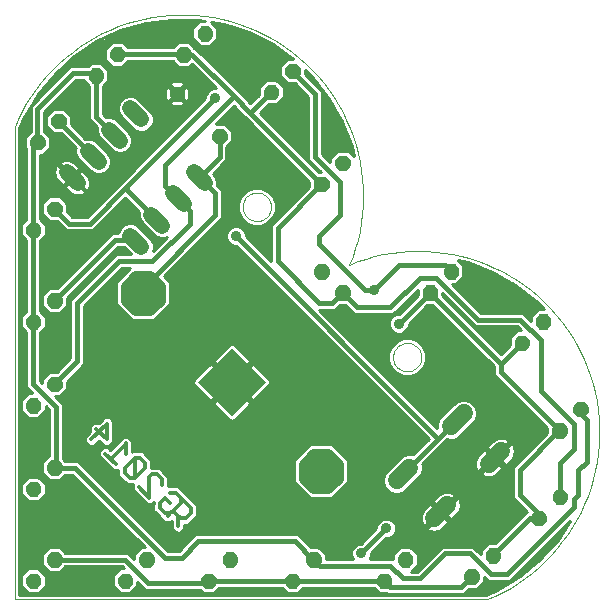
<source format=gbl>
G75*
G70*
%OFA0B0*%
%FSLAX24Y24*%
%IPPOS*%
%LPD*%
%AMOC8*
5,1,8,0,0,1.08239X$1,22.5*
%
%ADD10C,0.0000*%
%ADD11C,0.0104*%
%ADD12C,0.0520*%
%ADD13C,0.0600*%
%ADD14R,0.1600X0.1600*%
%ADD15C,0.0300*%
%ADD16C,0.0120*%
%ADD17C,0.0100*%
%ADD18C,0.0357*%
%ADD19C,0.0160*%
D10*
X009756Y010038D02*
X009756Y025786D01*
X009873Y026053D01*
X010003Y026314D01*
X010146Y026569D01*
X010300Y026816D01*
X010467Y027055D01*
X010645Y027287D01*
X010833Y027509D01*
X011033Y027722D01*
X011242Y027925D01*
X011461Y028117D01*
X011689Y028299D01*
X011925Y028470D01*
X012170Y028629D01*
X012422Y028776D01*
X012680Y028911D01*
X012945Y029033D01*
X013216Y029142D01*
X013491Y029238D01*
X013771Y029320D01*
X014054Y029389D01*
X014340Y029444D01*
X014629Y029485D01*
X014919Y029513D01*
X015211Y029526D01*
X015502Y029525D01*
X015794Y029510D01*
X016084Y029481D01*
X016372Y029438D01*
X016658Y029381D01*
X016941Y029310D01*
X017220Y029226D01*
X017495Y029128D01*
X017765Y029017D01*
X018029Y028893D01*
X018286Y028757D01*
X018537Y028608D01*
X018781Y028448D01*
X019016Y028276D01*
X019243Y028092D01*
X019461Y027898D01*
X019669Y027694D01*
X019866Y027480D01*
X020054Y027256D01*
X020230Y027024D01*
X020395Y026783D01*
X020548Y026535D01*
X020689Y026280D01*
X020817Y026018D01*
X020933Y025750D01*
X021035Y025477D01*
X021125Y025200D01*
X021200Y024918D01*
X021262Y024633D01*
X021310Y024345D01*
X021345Y024056D01*
X021365Y023765D01*
X021371Y023473D01*
X021363Y023182D01*
X021341Y022891D01*
X021305Y022602D01*
X021255Y022314D01*
X021191Y022030D01*
X021113Y021749D01*
X021022Y021472D01*
X020918Y021199D01*
X022368Y018112D02*
X022370Y018155D01*
X022376Y018197D01*
X022386Y018239D01*
X022399Y018280D01*
X022416Y018320D01*
X022437Y018357D01*
X022461Y018393D01*
X022488Y018426D01*
X022518Y018457D01*
X022551Y018485D01*
X022586Y018510D01*
X022623Y018531D01*
X022662Y018549D01*
X022702Y018563D01*
X022744Y018574D01*
X022786Y018581D01*
X022829Y018584D01*
X022872Y018583D01*
X022915Y018578D01*
X022957Y018569D01*
X022998Y018557D01*
X023038Y018541D01*
X023076Y018521D01*
X023112Y018498D01*
X023146Y018471D01*
X023178Y018442D01*
X023206Y018410D01*
X023232Y018375D01*
X023254Y018339D01*
X023273Y018300D01*
X023288Y018260D01*
X023300Y018219D01*
X023308Y018176D01*
X023312Y018133D01*
X023312Y018091D01*
X023308Y018048D01*
X023300Y018005D01*
X023288Y017964D01*
X023273Y017924D01*
X023254Y017885D01*
X023232Y017849D01*
X023206Y017814D01*
X023178Y017782D01*
X023146Y017753D01*
X023112Y017726D01*
X023076Y017703D01*
X023038Y017683D01*
X022998Y017667D01*
X022957Y017655D01*
X022915Y017646D01*
X022872Y017641D01*
X022829Y017640D01*
X022786Y017643D01*
X022744Y017650D01*
X022702Y017661D01*
X022662Y017675D01*
X022623Y017693D01*
X022586Y017714D01*
X022551Y017739D01*
X022518Y017767D01*
X022488Y017798D01*
X022461Y017831D01*
X022437Y017867D01*
X022416Y017904D01*
X022399Y017944D01*
X022386Y017985D01*
X022376Y018027D01*
X022370Y018069D01*
X022368Y018112D01*
X020918Y021200D02*
X021190Y021304D01*
X021467Y021395D01*
X021748Y021473D01*
X022033Y021537D01*
X022320Y021587D01*
X022609Y021623D01*
X022900Y021645D01*
X023191Y021653D01*
X023483Y021647D01*
X023774Y021627D01*
X024063Y021592D01*
X024351Y021544D01*
X024636Y021482D01*
X024918Y021407D01*
X025195Y021317D01*
X025468Y021215D01*
X025736Y021099D01*
X025998Y020971D01*
X026253Y020830D01*
X026501Y020677D01*
X026742Y020512D01*
X026974Y020336D01*
X027198Y020148D01*
X027412Y019951D01*
X027616Y019743D01*
X027810Y019525D01*
X027994Y019298D01*
X028166Y019063D01*
X028326Y018819D01*
X028475Y018568D01*
X028611Y018311D01*
X028735Y018047D01*
X028846Y017777D01*
X028944Y017502D01*
X029028Y017223D01*
X029099Y016940D01*
X029156Y016654D01*
X029199Y016366D01*
X029228Y016076D01*
X029243Y015784D01*
X029244Y015493D01*
X029231Y015201D01*
X029203Y014911D01*
X029162Y014622D01*
X029107Y014336D01*
X029038Y014053D01*
X028956Y013773D01*
X028860Y013498D01*
X028751Y013227D01*
X028629Y012962D01*
X028494Y012704D01*
X028347Y012452D01*
X028188Y012207D01*
X028017Y011971D01*
X027835Y011743D01*
X027643Y011524D01*
X027440Y011315D01*
X027227Y011115D01*
X027005Y010927D01*
X026773Y010749D01*
X026534Y010582D01*
X026287Y010428D01*
X026032Y010285D01*
X025771Y010155D01*
X025504Y010038D01*
X009756Y010038D01*
X017357Y023123D02*
X017359Y023166D01*
X017365Y023208D01*
X017375Y023250D01*
X017388Y023291D01*
X017405Y023331D01*
X017426Y023368D01*
X017450Y023404D01*
X017477Y023437D01*
X017507Y023468D01*
X017540Y023496D01*
X017575Y023521D01*
X017612Y023542D01*
X017651Y023560D01*
X017691Y023574D01*
X017733Y023585D01*
X017775Y023592D01*
X017818Y023595D01*
X017861Y023594D01*
X017904Y023589D01*
X017946Y023580D01*
X017987Y023568D01*
X018027Y023552D01*
X018065Y023532D01*
X018101Y023509D01*
X018135Y023482D01*
X018167Y023453D01*
X018195Y023421D01*
X018221Y023386D01*
X018243Y023350D01*
X018262Y023311D01*
X018277Y023271D01*
X018289Y023230D01*
X018297Y023187D01*
X018301Y023144D01*
X018301Y023102D01*
X018297Y023059D01*
X018289Y023016D01*
X018277Y022975D01*
X018262Y022935D01*
X018243Y022896D01*
X018221Y022860D01*
X018195Y022825D01*
X018167Y022793D01*
X018135Y022764D01*
X018101Y022737D01*
X018065Y022714D01*
X018027Y022694D01*
X017987Y022678D01*
X017946Y022666D01*
X017904Y022657D01*
X017861Y022652D01*
X017818Y022651D01*
X017775Y022654D01*
X017733Y022661D01*
X017691Y022672D01*
X017651Y022686D01*
X017612Y022704D01*
X017575Y022725D01*
X017540Y022750D01*
X017507Y022778D01*
X017477Y022809D01*
X017450Y022842D01*
X017426Y022878D01*
X017405Y022915D01*
X017388Y022955D01*
X017375Y022996D01*
X017365Y023038D01*
X017359Y023080D01*
X017357Y023123D01*
D11*
X016554Y025633D02*
X016502Y025685D01*
X016674Y025685D01*
X016795Y025564D01*
X016795Y025392D01*
X016674Y025271D01*
X016502Y025271D01*
X016381Y025392D01*
X016381Y025564D01*
X016502Y025685D01*
X016534Y025607D01*
X016642Y025607D01*
X016717Y025532D01*
X016717Y025424D01*
X016642Y025349D01*
X016534Y025349D01*
X016459Y025424D01*
X016459Y025532D01*
X016534Y025607D01*
X016567Y025529D01*
X016609Y025529D01*
X016639Y025499D01*
X016639Y025457D01*
X016609Y025427D01*
X016567Y025427D01*
X016537Y025457D01*
X016537Y025499D01*
X016567Y025529D01*
X015140Y027047D02*
X015088Y027099D01*
X015260Y027099D01*
X015381Y026978D01*
X015381Y026806D01*
X015260Y026685D01*
X015088Y026685D01*
X014967Y026806D01*
X014967Y026978D01*
X015088Y027099D01*
X015120Y027021D01*
X015228Y027021D01*
X015303Y026946D01*
X015303Y026838D01*
X015228Y026763D01*
X015120Y026763D01*
X015045Y026838D01*
X015045Y026946D01*
X015120Y027021D01*
X015153Y026943D01*
X015195Y026943D01*
X015225Y026913D01*
X015225Y026871D01*
X015195Y026841D01*
X015153Y026841D01*
X015123Y026871D01*
X015123Y026913D01*
X015153Y026943D01*
X015233Y028164D02*
X015181Y028112D01*
X015181Y028284D01*
X015302Y028405D01*
X015474Y028405D01*
X015595Y028284D01*
X015595Y028112D01*
X015474Y027991D01*
X015302Y027991D01*
X015181Y028112D01*
X015259Y028144D01*
X015259Y028252D01*
X015334Y028327D01*
X015442Y028327D01*
X015517Y028252D01*
X015517Y028144D01*
X015442Y028069D01*
X015334Y028069D01*
X015259Y028144D01*
X015337Y028177D01*
X015337Y028219D01*
X015367Y028249D01*
X015409Y028249D01*
X015439Y028219D01*
X015439Y028177D01*
X015409Y028147D01*
X015367Y028147D01*
X015337Y028177D01*
X015940Y028871D02*
X015888Y028819D01*
X015888Y028991D01*
X016009Y029112D01*
X016181Y029112D01*
X016302Y028991D01*
X016302Y028819D01*
X016181Y028698D01*
X016009Y028698D01*
X015888Y028819D01*
X015966Y028851D01*
X015966Y028959D01*
X016041Y029034D01*
X016149Y029034D01*
X016224Y028959D01*
X016224Y028851D01*
X016149Y028776D01*
X016041Y028776D01*
X015966Y028851D01*
X016044Y028884D01*
X016044Y028926D01*
X016074Y028956D01*
X016116Y028956D01*
X016146Y028926D01*
X016146Y028884D01*
X016116Y028854D01*
X016074Y028854D01*
X016044Y028884D01*
X018156Y026911D02*
X018104Y026859D01*
X018104Y027031D01*
X018225Y027152D01*
X018397Y027152D01*
X018518Y027031D01*
X018518Y026859D01*
X018397Y026738D01*
X018225Y026738D01*
X018104Y026859D01*
X018182Y026891D01*
X018182Y026999D01*
X018257Y027074D01*
X018365Y027074D01*
X018440Y026999D01*
X018440Y026891D01*
X018365Y026816D01*
X018257Y026816D01*
X018182Y026891D01*
X018260Y026924D01*
X018260Y026966D01*
X018290Y026996D01*
X018332Y026996D01*
X018362Y026966D01*
X018362Y026924D01*
X018332Y026894D01*
X018290Y026894D01*
X018260Y026924D01*
X018863Y027618D02*
X018811Y027566D01*
X018811Y027738D01*
X018932Y027859D01*
X019104Y027859D01*
X019225Y027738D01*
X019225Y027566D01*
X019104Y027445D01*
X018932Y027445D01*
X018811Y027566D01*
X018889Y027598D01*
X018889Y027706D01*
X018964Y027781D01*
X019072Y027781D01*
X019147Y027706D01*
X019147Y027598D01*
X019072Y027523D01*
X018964Y027523D01*
X018889Y027598D01*
X018967Y027631D01*
X018967Y027673D01*
X018997Y027703D01*
X019039Y027703D01*
X019069Y027673D01*
X019069Y027631D01*
X019039Y027601D01*
X018997Y027601D01*
X018967Y027631D01*
X020534Y024556D02*
X020482Y024504D01*
X020482Y024676D01*
X020603Y024797D01*
X020775Y024797D01*
X020896Y024676D01*
X020896Y024504D01*
X020775Y024383D01*
X020603Y024383D01*
X020482Y024504D01*
X020560Y024536D01*
X020560Y024644D01*
X020635Y024719D01*
X020743Y024719D01*
X020818Y024644D01*
X020818Y024536D01*
X020743Y024461D01*
X020635Y024461D01*
X020560Y024536D01*
X020638Y024569D01*
X020638Y024611D01*
X020668Y024641D01*
X020710Y024641D01*
X020740Y024611D01*
X020740Y024569D01*
X020710Y024539D01*
X020668Y024539D01*
X020638Y024569D01*
X019826Y023849D02*
X019774Y023797D01*
X019774Y023969D01*
X019895Y024090D01*
X020067Y024090D01*
X020188Y023969D01*
X020188Y023797D01*
X020067Y023676D01*
X019895Y023676D01*
X019774Y023797D01*
X019852Y023829D01*
X019852Y023937D01*
X019927Y024012D01*
X020035Y024012D01*
X020110Y023937D01*
X020110Y023829D01*
X020035Y023754D01*
X019927Y023754D01*
X019852Y023829D01*
X019930Y023862D01*
X019930Y023904D01*
X019960Y023934D01*
X020002Y023934D01*
X020032Y023904D01*
X020032Y023862D01*
X020002Y023832D01*
X019960Y023832D01*
X019930Y023862D01*
X020015Y020816D02*
X020067Y020764D01*
X019895Y020764D01*
X019774Y020885D01*
X019774Y021057D01*
X019895Y021178D01*
X020067Y021178D01*
X020188Y021057D01*
X020188Y020885D01*
X020067Y020764D01*
X020035Y020842D01*
X019927Y020842D01*
X019852Y020917D01*
X019852Y021025D01*
X019927Y021100D01*
X020035Y021100D01*
X020110Y021025D01*
X020110Y020917D01*
X020035Y020842D01*
X020002Y020920D01*
X019960Y020920D01*
X019930Y020950D01*
X019930Y020992D01*
X019960Y021022D01*
X020002Y021022D01*
X020032Y020992D01*
X020032Y020950D01*
X020002Y020920D01*
X020723Y020109D02*
X020775Y020057D01*
X020603Y020057D01*
X020482Y020178D01*
X020482Y020350D01*
X020603Y020471D01*
X020775Y020471D01*
X020896Y020350D01*
X020896Y020178D01*
X020775Y020057D01*
X020743Y020135D01*
X020635Y020135D01*
X020560Y020210D01*
X020560Y020318D01*
X020635Y020393D01*
X020743Y020393D01*
X020818Y020318D01*
X020818Y020210D01*
X020743Y020135D01*
X020710Y020213D01*
X020668Y020213D01*
X020638Y020243D01*
X020638Y020285D01*
X020668Y020315D01*
X020710Y020315D01*
X020740Y020285D01*
X020740Y020243D01*
X020710Y020213D01*
X023445Y020230D02*
X023393Y020178D01*
X023393Y020350D01*
X023514Y020471D01*
X023686Y020471D01*
X023807Y020350D01*
X023807Y020178D01*
X023686Y020057D01*
X023514Y020057D01*
X023393Y020178D01*
X023471Y020210D01*
X023471Y020318D01*
X023546Y020393D01*
X023654Y020393D01*
X023729Y020318D01*
X023729Y020210D01*
X023654Y020135D01*
X023546Y020135D01*
X023471Y020210D01*
X023549Y020243D01*
X023549Y020285D01*
X023579Y020315D01*
X023621Y020315D01*
X023651Y020285D01*
X023651Y020243D01*
X023621Y020213D01*
X023579Y020213D01*
X023549Y020243D01*
X024153Y020937D02*
X024101Y020885D01*
X024101Y021057D01*
X024222Y021178D01*
X024394Y021178D01*
X024515Y021057D01*
X024515Y020885D01*
X024394Y020764D01*
X024222Y020764D01*
X024101Y020885D01*
X024179Y020917D01*
X024179Y021025D01*
X024254Y021100D01*
X024362Y021100D01*
X024437Y021025D01*
X024437Y020917D01*
X024362Y020842D01*
X024254Y020842D01*
X024179Y020917D01*
X024257Y020950D01*
X024257Y020992D01*
X024287Y021022D01*
X024329Y021022D01*
X024359Y020992D01*
X024359Y020950D01*
X024329Y020920D01*
X024287Y020920D01*
X024257Y020950D01*
X026508Y018559D02*
X026456Y018507D01*
X026456Y018679D01*
X026577Y018800D01*
X026749Y018800D01*
X026870Y018679D01*
X026870Y018507D01*
X026749Y018386D01*
X026577Y018386D01*
X026456Y018507D01*
X026534Y018539D01*
X026534Y018647D01*
X026609Y018722D01*
X026717Y018722D01*
X026792Y018647D01*
X026792Y018539D01*
X026717Y018464D01*
X026609Y018464D01*
X026534Y018539D01*
X026612Y018572D01*
X026612Y018614D01*
X026642Y018644D01*
X026684Y018644D01*
X026714Y018614D01*
X026714Y018572D01*
X026684Y018542D01*
X026642Y018542D01*
X026612Y018572D01*
X027215Y019266D02*
X027163Y019214D01*
X027163Y019386D01*
X027284Y019507D01*
X027456Y019507D01*
X027577Y019386D01*
X027577Y019214D01*
X027456Y019093D01*
X027284Y019093D01*
X027163Y019214D01*
X027241Y019246D01*
X027241Y019354D01*
X027316Y019429D01*
X027424Y019429D01*
X027499Y019354D01*
X027499Y019246D01*
X027424Y019171D01*
X027316Y019171D01*
X027241Y019246D01*
X027319Y019279D01*
X027319Y019321D01*
X027349Y019351D01*
X027391Y019351D01*
X027421Y019321D01*
X027421Y019279D01*
X027391Y019249D01*
X027349Y019249D01*
X027319Y019279D01*
X028468Y016343D02*
X028416Y016291D01*
X028416Y016463D01*
X028537Y016584D01*
X028709Y016584D01*
X028830Y016463D01*
X028830Y016291D01*
X028709Y016170D01*
X028537Y016170D01*
X028416Y016291D01*
X028494Y016323D01*
X028494Y016431D01*
X028569Y016506D01*
X028677Y016506D01*
X028752Y016431D01*
X028752Y016323D01*
X028677Y016248D01*
X028569Y016248D01*
X028494Y016323D01*
X028572Y016356D01*
X028572Y016398D01*
X028602Y016428D01*
X028644Y016428D01*
X028674Y016398D01*
X028674Y016356D01*
X028644Y016326D01*
X028602Y016326D01*
X028572Y016356D01*
X027760Y015636D02*
X027708Y015584D01*
X027708Y015756D01*
X027829Y015877D01*
X028001Y015877D01*
X028122Y015756D01*
X028122Y015584D01*
X028001Y015463D01*
X027829Y015463D01*
X027708Y015584D01*
X027786Y015616D01*
X027786Y015724D01*
X027861Y015799D01*
X027969Y015799D01*
X028044Y015724D01*
X028044Y015616D01*
X027969Y015541D01*
X027861Y015541D01*
X027786Y015616D01*
X027864Y015649D01*
X027864Y015691D01*
X027894Y015721D01*
X027936Y015721D01*
X027966Y015691D01*
X027966Y015649D01*
X027936Y015619D01*
X027894Y015619D01*
X027864Y015649D01*
X027772Y013420D02*
X027720Y013368D01*
X027720Y013540D01*
X027841Y013661D01*
X028013Y013661D01*
X028134Y013540D01*
X028134Y013368D01*
X028013Y013247D01*
X027841Y013247D01*
X027720Y013368D01*
X027798Y013400D01*
X027798Y013508D01*
X027873Y013583D01*
X027981Y013583D01*
X028056Y013508D01*
X028056Y013400D01*
X027981Y013325D01*
X027873Y013325D01*
X027798Y013400D01*
X027876Y013433D01*
X027876Y013475D01*
X027906Y013505D01*
X027948Y013505D01*
X027978Y013475D01*
X027978Y013433D01*
X027948Y013403D01*
X027906Y013403D01*
X027876Y013433D01*
X027064Y012713D02*
X027012Y012661D01*
X027012Y012833D01*
X027133Y012954D01*
X027305Y012954D01*
X027426Y012833D01*
X027426Y012661D01*
X027305Y012540D01*
X027133Y012540D01*
X027012Y012661D01*
X027090Y012693D01*
X027090Y012801D01*
X027165Y012876D01*
X027273Y012876D01*
X027348Y012801D01*
X027348Y012693D01*
X027273Y012618D01*
X027165Y012618D01*
X027090Y012693D01*
X027168Y012726D01*
X027168Y012768D01*
X027198Y012798D01*
X027240Y012798D01*
X027270Y012768D01*
X027270Y012726D01*
X027240Y012696D01*
X027198Y012696D01*
X027168Y012726D01*
X025544Y011472D02*
X025492Y011420D01*
X025492Y011592D01*
X025613Y011713D01*
X025785Y011713D01*
X025906Y011592D01*
X025906Y011420D01*
X025785Y011299D01*
X025613Y011299D01*
X025492Y011420D01*
X025570Y011452D01*
X025570Y011560D01*
X025645Y011635D01*
X025753Y011635D01*
X025828Y011560D01*
X025828Y011452D01*
X025753Y011377D01*
X025645Y011377D01*
X025570Y011452D01*
X025648Y011485D01*
X025648Y011527D01*
X025678Y011557D01*
X025720Y011557D01*
X025750Y011527D01*
X025750Y011485D01*
X025720Y011455D01*
X025678Y011455D01*
X025648Y011485D01*
X024837Y010764D02*
X024785Y010712D01*
X024785Y010884D01*
X024906Y011005D01*
X025078Y011005D01*
X025199Y010884D01*
X025199Y010712D01*
X025078Y010591D01*
X024906Y010591D01*
X024785Y010712D01*
X024863Y010744D01*
X024863Y010852D01*
X024938Y010927D01*
X025046Y010927D01*
X025121Y010852D01*
X025121Y010744D01*
X025046Y010669D01*
X024938Y010669D01*
X024863Y010744D01*
X024941Y010777D01*
X024941Y010819D01*
X024971Y010849D01*
X025013Y010849D01*
X025043Y010819D01*
X025043Y010777D01*
X025013Y010747D01*
X024971Y010747D01*
X024941Y010777D01*
X022621Y011332D02*
X022569Y011280D01*
X022569Y011452D01*
X022690Y011573D01*
X022862Y011573D01*
X022983Y011452D01*
X022983Y011280D01*
X022862Y011159D01*
X022690Y011159D01*
X022569Y011280D01*
X022647Y011312D01*
X022647Y011420D01*
X022722Y011495D01*
X022830Y011495D01*
X022905Y011420D01*
X022905Y011312D01*
X022830Y011237D01*
X022722Y011237D01*
X022647Y011312D01*
X022725Y011345D01*
X022725Y011387D01*
X022755Y011417D01*
X022797Y011417D01*
X022827Y011387D01*
X022827Y011345D01*
X022797Y011315D01*
X022755Y011315D01*
X022725Y011345D01*
X021914Y010625D02*
X021862Y010573D01*
X021862Y010745D01*
X021983Y010866D01*
X022155Y010866D01*
X022276Y010745D01*
X022276Y010573D01*
X022155Y010452D01*
X021983Y010452D01*
X021862Y010573D01*
X021940Y010605D01*
X021940Y010713D01*
X022015Y010788D01*
X022123Y010788D01*
X022198Y010713D01*
X022198Y010605D01*
X022123Y010530D01*
X022015Y010530D01*
X021940Y010605D01*
X022018Y010638D01*
X022018Y010680D01*
X022048Y010710D01*
X022090Y010710D01*
X022120Y010680D01*
X022120Y010638D01*
X022090Y010608D01*
X022048Y010608D01*
X022018Y010638D01*
X019559Y011332D02*
X019507Y011280D01*
X019507Y011452D01*
X019628Y011573D01*
X019800Y011573D01*
X019921Y011452D01*
X019921Y011280D01*
X019800Y011159D01*
X019628Y011159D01*
X019507Y011280D01*
X019585Y011312D01*
X019585Y011420D01*
X019660Y011495D01*
X019768Y011495D01*
X019843Y011420D01*
X019843Y011312D01*
X019768Y011237D01*
X019660Y011237D01*
X019585Y011312D01*
X019663Y011345D01*
X019663Y011387D01*
X019693Y011417D01*
X019735Y011417D01*
X019765Y011387D01*
X019765Y011345D01*
X019735Y011315D01*
X019693Y011315D01*
X019663Y011345D01*
X018852Y010625D02*
X018800Y010573D01*
X018800Y010745D01*
X018921Y010866D01*
X019093Y010866D01*
X019214Y010745D01*
X019214Y010573D01*
X019093Y010452D01*
X018921Y010452D01*
X018800Y010573D01*
X018878Y010605D01*
X018878Y010713D01*
X018953Y010788D01*
X019061Y010788D01*
X019136Y010713D01*
X019136Y010605D01*
X019061Y010530D01*
X018953Y010530D01*
X018878Y010605D01*
X018956Y010638D01*
X018956Y010680D01*
X018986Y010710D01*
X019028Y010710D01*
X019058Y010680D01*
X019058Y010638D01*
X019028Y010608D01*
X018986Y010608D01*
X018956Y010638D01*
X016775Y011332D02*
X016723Y011280D01*
X016723Y011452D01*
X016844Y011573D01*
X017016Y011573D01*
X017137Y011452D01*
X017137Y011280D01*
X017016Y011159D01*
X016844Y011159D01*
X016723Y011280D01*
X016801Y011312D01*
X016801Y011420D01*
X016876Y011495D01*
X016984Y011495D01*
X017059Y011420D01*
X017059Y011312D01*
X016984Y011237D01*
X016876Y011237D01*
X016801Y011312D01*
X016879Y011345D01*
X016879Y011387D01*
X016909Y011417D01*
X016951Y011417D01*
X016981Y011387D01*
X016981Y011345D01*
X016951Y011315D01*
X016909Y011315D01*
X016879Y011345D01*
X016068Y010625D02*
X016016Y010573D01*
X016016Y010745D01*
X016137Y010866D01*
X016309Y010866D01*
X016430Y010745D01*
X016430Y010573D01*
X016309Y010452D01*
X016137Y010452D01*
X016016Y010573D01*
X016094Y010605D01*
X016094Y010713D01*
X016169Y010788D01*
X016277Y010788D01*
X016352Y010713D01*
X016352Y010605D01*
X016277Y010530D01*
X016169Y010530D01*
X016094Y010605D01*
X016172Y010638D01*
X016172Y010680D01*
X016202Y010710D01*
X016244Y010710D01*
X016274Y010680D01*
X016274Y010638D01*
X016244Y010608D01*
X016202Y010608D01*
X016172Y010638D01*
X013991Y011332D02*
X013939Y011280D01*
X013939Y011452D01*
X014060Y011573D01*
X014232Y011573D01*
X014353Y011452D01*
X014353Y011280D01*
X014232Y011159D01*
X014060Y011159D01*
X013939Y011280D01*
X014017Y011312D01*
X014017Y011420D01*
X014092Y011495D01*
X014200Y011495D01*
X014275Y011420D01*
X014275Y011312D01*
X014200Y011237D01*
X014092Y011237D01*
X014017Y011312D01*
X014095Y011345D01*
X014095Y011387D01*
X014125Y011417D01*
X014167Y011417D01*
X014197Y011387D01*
X014197Y011345D01*
X014167Y011315D01*
X014125Y011315D01*
X014095Y011345D01*
X013284Y010625D02*
X013232Y010573D01*
X013232Y010745D01*
X013353Y010866D01*
X013525Y010866D01*
X013646Y010745D01*
X013646Y010573D01*
X013525Y010452D01*
X013353Y010452D01*
X013232Y010573D01*
X013310Y010605D01*
X013310Y010713D01*
X013385Y010788D01*
X013493Y010788D01*
X013568Y010713D01*
X013568Y010605D01*
X013493Y010530D01*
X013385Y010530D01*
X013310Y010605D01*
X013388Y010638D01*
X013388Y010680D01*
X013418Y010710D01*
X013460Y010710D01*
X013490Y010680D01*
X013490Y010638D01*
X013460Y010608D01*
X013418Y010608D01*
X013388Y010638D01*
X010929Y011332D02*
X010877Y011280D01*
X010877Y011452D01*
X010998Y011573D01*
X011170Y011573D01*
X011291Y011452D01*
X011291Y011280D01*
X011170Y011159D01*
X010998Y011159D01*
X010877Y011280D01*
X010955Y011312D01*
X010955Y011420D01*
X011030Y011495D01*
X011138Y011495D01*
X011213Y011420D01*
X011213Y011312D01*
X011138Y011237D01*
X011030Y011237D01*
X010955Y011312D01*
X011033Y011345D01*
X011033Y011387D01*
X011063Y011417D01*
X011105Y011417D01*
X011135Y011387D01*
X011135Y011345D01*
X011105Y011315D01*
X011063Y011315D01*
X011033Y011345D01*
X010222Y010625D02*
X010170Y010573D01*
X010170Y010745D01*
X010291Y010866D01*
X010463Y010866D01*
X010584Y010745D01*
X010584Y010573D01*
X010463Y010452D01*
X010291Y010452D01*
X010170Y010573D01*
X010248Y010605D01*
X010248Y010713D01*
X010323Y010788D01*
X010431Y010788D01*
X010506Y010713D01*
X010506Y010605D01*
X010431Y010530D01*
X010323Y010530D01*
X010248Y010605D01*
X010326Y010638D01*
X010326Y010680D01*
X010356Y010710D01*
X010398Y010710D01*
X010428Y010680D01*
X010428Y010638D01*
X010398Y010608D01*
X010356Y010608D01*
X010326Y010638D01*
X010222Y013687D02*
X010170Y013635D01*
X010170Y013807D01*
X010291Y013928D01*
X010463Y013928D01*
X010584Y013807D01*
X010584Y013635D01*
X010463Y013514D01*
X010291Y013514D01*
X010170Y013635D01*
X010248Y013667D01*
X010248Y013775D01*
X010323Y013850D01*
X010431Y013850D01*
X010506Y013775D01*
X010506Y013667D01*
X010431Y013592D01*
X010323Y013592D01*
X010248Y013667D01*
X010326Y013700D01*
X010326Y013742D01*
X010356Y013772D01*
X010398Y013772D01*
X010428Y013742D01*
X010428Y013700D01*
X010398Y013670D01*
X010356Y013670D01*
X010326Y013700D01*
X010929Y014395D02*
X010877Y014343D01*
X010877Y014515D01*
X010998Y014636D01*
X011170Y014636D01*
X011291Y014515D01*
X011291Y014343D01*
X011170Y014222D01*
X010998Y014222D01*
X010877Y014343D01*
X010955Y014375D01*
X010955Y014483D01*
X011030Y014558D01*
X011138Y014558D01*
X011213Y014483D01*
X011213Y014375D01*
X011138Y014300D01*
X011030Y014300D01*
X010955Y014375D01*
X011033Y014408D01*
X011033Y014450D01*
X011063Y014480D01*
X011105Y014480D01*
X011135Y014450D01*
X011135Y014408D01*
X011105Y014378D01*
X011063Y014378D01*
X011033Y014408D01*
X010222Y016471D02*
X010170Y016419D01*
X010170Y016591D01*
X010291Y016712D01*
X010463Y016712D01*
X010584Y016591D01*
X010584Y016419D01*
X010463Y016298D01*
X010291Y016298D01*
X010170Y016419D01*
X010248Y016451D01*
X010248Y016559D01*
X010323Y016634D01*
X010431Y016634D01*
X010506Y016559D01*
X010506Y016451D01*
X010431Y016376D01*
X010323Y016376D01*
X010248Y016451D01*
X010326Y016484D01*
X010326Y016526D01*
X010356Y016556D01*
X010398Y016556D01*
X010428Y016526D01*
X010428Y016484D01*
X010398Y016454D01*
X010356Y016454D01*
X010326Y016484D01*
X010929Y017178D02*
X010877Y017126D01*
X010877Y017298D01*
X010998Y017419D01*
X011170Y017419D01*
X011291Y017298D01*
X011291Y017126D01*
X011170Y017005D01*
X010998Y017005D01*
X010877Y017126D01*
X010955Y017158D01*
X010955Y017266D01*
X011030Y017341D01*
X011138Y017341D01*
X011213Y017266D01*
X011213Y017158D01*
X011138Y017083D01*
X011030Y017083D01*
X010955Y017158D01*
X011033Y017191D01*
X011033Y017233D01*
X011063Y017263D01*
X011105Y017263D01*
X011135Y017233D01*
X011135Y017191D01*
X011105Y017161D01*
X011063Y017161D01*
X011033Y017191D01*
X010222Y019255D02*
X010170Y019203D01*
X010170Y019375D01*
X010291Y019496D01*
X010463Y019496D01*
X010584Y019375D01*
X010584Y019203D01*
X010463Y019082D01*
X010291Y019082D01*
X010170Y019203D01*
X010248Y019235D01*
X010248Y019343D01*
X010323Y019418D01*
X010431Y019418D01*
X010506Y019343D01*
X010506Y019235D01*
X010431Y019160D01*
X010323Y019160D01*
X010248Y019235D01*
X010326Y019268D01*
X010326Y019310D01*
X010356Y019340D01*
X010398Y019340D01*
X010428Y019310D01*
X010428Y019268D01*
X010398Y019238D01*
X010356Y019238D01*
X010326Y019268D01*
X010929Y019962D02*
X010877Y019910D01*
X010877Y020082D01*
X010998Y020203D01*
X011170Y020203D01*
X011291Y020082D01*
X011291Y019910D01*
X011170Y019789D01*
X010998Y019789D01*
X010877Y019910D01*
X010955Y019942D01*
X010955Y020050D01*
X011030Y020125D01*
X011138Y020125D01*
X011213Y020050D01*
X011213Y019942D01*
X011138Y019867D01*
X011030Y019867D01*
X010955Y019942D01*
X011033Y019975D01*
X011033Y020017D01*
X011063Y020047D01*
X011105Y020047D01*
X011135Y020017D01*
X011135Y019975D01*
X011105Y019945D01*
X011063Y019945D01*
X011033Y019975D01*
X010222Y022317D02*
X010170Y022265D01*
X010170Y022437D01*
X010291Y022558D01*
X010463Y022558D01*
X010584Y022437D01*
X010584Y022265D01*
X010463Y022144D01*
X010291Y022144D01*
X010170Y022265D01*
X010248Y022297D01*
X010248Y022405D01*
X010323Y022480D01*
X010431Y022480D01*
X010506Y022405D01*
X010506Y022297D01*
X010431Y022222D01*
X010323Y022222D01*
X010248Y022297D01*
X010326Y022330D01*
X010326Y022372D01*
X010356Y022402D01*
X010398Y022402D01*
X010428Y022372D01*
X010428Y022330D01*
X010398Y022300D01*
X010356Y022300D01*
X010326Y022330D01*
X010929Y023025D02*
X010877Y022973D01*
X010877Y023145D01*
X010998Y023266D01*
X011170Y023266D01*
X011291Y023145D01*
X011291Y022973D01*
X011170Y022852D01*
X010998Y022852D01*
X010877Y022973D01*
X010955Y023005D01*
X010955Y023113D01*
X011030Y023188D01*
X011138Y023188D01*
X011213Y023113D01*
X011213Y023005D01*
X011138Y022930D01*
X011030Y022930D01*
X010955Y023005D01*
X011033Y023038D01*
X011033Y023080D01*
X011063Y023110D01*
X011105Y023110D01*
X011135Y023080D01*
X011135Y023038D01*
X011105Y023008D01*
X011063Y023008D01*
X011033Y023038D01*
X010361Y025241D02*
X010309Y025189D01*
X010309Y025361D01*
X010430Y025482D01*
X010602Y025482D01*
X010723Y025361D01*
X010723Y025189D01*
X010602Y025068D01*
X010430Y025068D01*
X010309Y025189D01*
X010387Y025221D01*
X010387Y025329D01*
X010462Y025404D01*
X010570Y025404D01*
X010645Y025329D01*
X010645Y025221D01*
X010570Y025146D01*
X010462Y025146D01*
X010387Y025221D01*
X010465Y025254D01*
X010465Y025296D01*
X010495Y025326D01*
X010537Y025326D01*
X010567Y025296D01*
X010567Y025254D01*
X010537Y025224D01*
X010495Y025224D01*
X010465Y025254D01*
X011068Y025948D02*
X011016Y025896D01*
X011016Y026068D01*
X011137Y026189D01*
X011309Y026189D01*
X011430Y026068D01*
X011430Y025896D01*
X011309Y025775D01*
X011137Y025775D01*
X011016Y025896D01*
X011094Y025928D01*
X011094Y026036D01*
X011169Y026111D01*
X011277Y026111D01*
X011352Y026036D01*
X011352Y025928D01*
X011277Y025853D01*
X011169Y025853D01*
X011094Y025928D01*
X011172Y025961D01*
X011172Y026003D01*
X011202Y026033D01*
X011244Y026033D01*
X011274Y026003D01*
X011274Y025961D01*
X011244Y025931D01*
X011202Y025931D01*
X011172Y025961D01*
X012310Y027468D02*
X012258Y027416D01*
X012258Y027588D01*
X012379Y027709D01*
X012551Y027709D01*
X012672Y027588D01*
X012672Y027416D01*
X012551Y027295D01*
X012379Y027295D01*
X012258Y027416D01*
X012336Y027448D01*
X012336Y027556D01*
X012411Y027631D01*
X012519Y027631D01*
X012594Y027556D01*
X012594Y027448D01*
X012519Y027373D01*
X012411Y027373D01*
X012336Y027448D01*
X012414Y027481D01*
X012414Y027523D01*
X012444Y027553D01*
X012486Y027553D01*
X012516Y027523D01*
X012516Y027481D01*
X012486Y027451D01*
X012444Y027451D01*
X012414Y027481D01*
X013017Y028175D02*
X012965Y028123D01*
X012965Y028295D01*
X013086Y028416D01*
X013258Y028416D01*
X013379Y028295D01*
X013379Y028123D01*
X013258Y028002D01*
X013086Y028002D01*
X012965Y028123D01*
X013043Y028155D01*
X013043Y028263D01*
X013118Y028338D01*
X013226Y028338D01*
X013301Y028263D01*
X013301Y028155D01*
X013226Y028080D01*
X013118Y028080D01*
X013043Y028155D01*
X013121Y028188D01*
X013121Y028230D01*
X013151Y028260D01*
X013193Y028260D01*
X013223Y028230D01*
X013223Y028188D01*
X013193Y028158D01*
X013151Y028158D01*
X013121Y028188D01*
D12*
X013609Y026402D02*
X013977Y026034D01*
X013270Y025327D02*
X012902Y025695D01*
X012195Y024988D02*
X012562Y024620D01*
X011855Y023913D02*
X011488Y024281D01*
X013609Y022159D02*
X013977Y021792D01*
X014684Y022499D02*
X014316Y022867D01*
X015023Y023574D02*
X015391Y023206D01*
X016098Y023913D02*
X015730Y024281D01*
D13*
X024296Y015815D02*
X024720Y016239D01*
X025979Y014981D02*
X025555Y014556D01*
X024169Y013170D02*
X023744Y012746D01*
X022486Y014005D02*
X022910Y014429D01*
D14*
G36*
X016994Y016145D02*
X015863Y017276D01*
X016994Y018407D01*
X018125Y017276D01*
X016994Y016145D01*
G37*
D15*
X020062Y013858D02*
X020212Y013708D01*
X019716Y013708D01*
X019365Y014059D01*
X019365Y014555D01*
X019716Y014906D01*
X020212Y014906D01*
X020563Y014555D01*
X020563Y014059D01*
X020212Y013708D01*
X020119Y013933D01*
X019809Y013933D01*
X019590Y014152D01*
X019590Y014462D01*
X019809Y014681D01*
X020119Y014681D01*
X020338Y014462D01*
X020338Y014152D01*
X020119Y013933D01*
X020026Y014158D01*
X019902Y014158D01*
X019815Y014245D01*
X019815Y014369D01*
X019902Y014456D01*
X020026Y014456D01*
X020113Y014369D01*
X020113Y014245D01*
X020026Y014158D01*
X014122Y019797D02*
X014272Y019647D01*
X013776Y019647D01*
X013425Y019998D01*
X013425Y020494D01*
X013776Y020845D01*
X014272Y020845D01*
X014623Y020494D01*
X014623Y019998D01*
X014272Y019647D01*
X014179Y019872D01*
X013869Y019872D01*
X013650Y020091D01*
X013650Y020401D01*
X013869Y020620D01*
X014179Y020620D01*
X014398Y020401D01*
X014398Y020091D01*
X014179Y019872D01*
X014086Y020097D01*
X013962Y020097D01*
X013875Y020184D01*
X013875Y020308D01*
X013962Y020395D01*
X014086Y020395D01*
X014173Y020308D01*
X014173Y020184D01*
X014086Y020097D01*
D16*
X012833Y015895D02*
X012306Y015368D01*
X012474Y015723D02*
X012821Y015377D01*
X012833Y015895D01*
X013457Y015235D02*
X013457Y014892D01*
X013763Y014760D02*
X013424Y014420D01*
X013424Y014251D01*
X013593Y014081D01*
X013763Y014081D01*
X013770Y014753D01*
X013763Y014760D02*
X013933Y014760D01*
X014103Y014590D01*
X014103Y014420D01*
X013763Y014081D01*
X013897Y013777D02*
X014244Y013430D01*
X014237Y014116D01*
X014322Y014201D01*
X014329Y014208D02*
X014499Y014208D01*
X014668Y014039D01*
X014668Y013855D01*
X014951Y013600D02*
X015121Y013600D01*
X015290Y013430D01*
X015290Y013261D01*
X015375Y013346D01*
X015637Y013084D01*
X015637Y012914D01*
X015460Y012737D01*
X015290Y012737D01*
X015206Y012822D01*
X015199Y012476D01*
X015206Y012822D02*
X015029Y012999D01*
X015290Y013261D01*
X014944Y013254D02*
X014767Y013430D01*
X014598Y013261D01*
X014590Y013084D01*
X014767Y012907D01*
X014937Y012907D01*
X014852Y012822D01*
X014937Y012907D02*
X015029Y012999D01*
X013121Y014553D02*
X012779Y014896D01*
X012954Y014731D02*
X013452Y015230D01*
D17*
X013285Y015360D02*
X013031Y015360D01*
X013031Y015374D02*
X013041Y015806D01*
X013043Y015808D01*
X013043Y015892D01*
X013045Y015977D01*
X013043Y015979D01*
X013043Y015982D01*
X012984Y016041D01*
X012925Y016102D01*
X012922Y016103D01*
X012920Y016105D01*
X012836Y016105D01*
X012751Y016107D01*
X012749Y016105D01*
X012746Y016105D01*
X012687Y016045D01*
X012625Y015987D01*
X012625Y015984D01*
X012568Y015926D01*
X012561Y015933D01*
X012387Y015933D01*
X012264Y015810D01*
X012264Y015636D01*
X012271Y015629D01*
X012096Y015455D01*
X012096Y015281D01*
X012219Y015158D01*
X012393Y015158D01*
X012568Y015333D01*
X012671Y015230D01*
X012729Y015169D01*
X012732Y015169D01*
X012734Y015167D01*
X012818Y015167D01*
X012903Y015165D01*
X012905Y015167D01*
X012908Y015167D01*
X012968Y015226D01*
X013029Y015285D01*
X013029Y015288D01*
X013031Y015290D01*
X013031Y015374D01*
X013033Y015458D02*
X023498Y015458D01*
X023556Y015400D02*
X023024Y014869D01*
X023000Y014879D01*
X022821Y014879D01*
X022655Y014810D01*
X022104Y014260D01*
X022036Y014094D01*
X022036Y013915D01*
X022104Y013750D01*
X022231Y013623D01*
X022396Y013555D01*
X022575Y013555D01*
X022741Y013623D01*
X023292Y014174D01*
X023360Y014339D01*
X023360Y014518D01*
X023350Y014543D01*
X023977Y015170D01*
X024111Y015305D01*
X024182Y015375D01*
X024206Y015365D01*
X024386Y015365D01*
X024551Y015433D01*
X025102Y015984D01*
X025170Y016150D01*
X025170Y016329D01*
X025102Y016494D01*
X024975Y016621D01*
X024810Y016689D01*
X024631Y016689D01*
X024465Y016621D01*
X023915Y016070D01*
X023846Y015904D01*
X023846Y015761D01*
X019916Y019691D01*
X020441Y019691D01*
X020576Y019826D01*
X020604Y019854D01*
X020773Y019854D01*
X021075Y019552D01*
X021265Y019552D01*
X022379Y019552D01*
X023190Y020364D01*
X023190Y020179D01*
X022565Y019554D01*
X022497Y019554D01*
X022376Y019504D01*
X022284Y019411D01*
X022234Y019291D01*
X022234Y019160D01*
X022284Y019039D01*
X022376Y018947D01*
X022497Y018897D01*
X022627Y018897D01*
X022748Y018947D01*
X022840Y019039D01*
X022890Y019160D01*
X022890Y019228D01*
X023516Y019854D01*
X023685Y019854D01*
X025737Y017802D01*
X025737Y017524D01*
X025747Y017514D01*
X027506Y015755D01*
X027506Y015585D01*
X026369Y014449D01*
X026369Y014449D01*
X026369Y013614D01*
X026369Y013423D01*
X026830Y012961D01*
X026711Y012842D01*
X025784Y011915D01*
X025530Y011915D01*
X025290Y011675D01*
X025290Y011534D01*
X025158Y011665D01*
X025024Y011799D01*
X024188Y011799D01*
X023998Y011799D01*
X023163Y010964D01*
X022954Y010964D01*
X023186Y011196D01*
X023186Y011536D01*
X022946Y011776D01*
X022607Y011776D01*
X022366Y011536D01*
X022366Y011382D01*
X022188Y011382D01*
X021586Y011382D01*
X021588Y011383D01*
X021638Y011504D01*
X021638Y011573D01*
X022141Y012076D01*
X022210Y012076D01*
X022331Y012126D01*
X022423Y012219D01*
X022473Y012339D01*
X022473Y012470D01*
X022423Y012591D01*
X022331Y012683D01*
X022210Y012733D01*
X022079Y012733D01*
X021958Y012683D01*
X021866Y012591D01*
X021816Y012470D01*
X021816Y012402D01*
X021312Y011898D01*
X021244Y011898D01*
X021123Y011848D01*
X021031Y011756D01*
X020981Y011635D01*
X020981Y011504D01*
X021031Y011383D01*
X021032Y011382D01*
X020124Y011382D01*
X020124Y011536D01*
X019884Y011776D01*
X019629Y011776D01*
X019189Y012217D01*
X019189Y012217D01*
X015976Y012217D01*
X015785Y012217D01*
X015229Y011660D01*
X014862Y011660D01*
X011910Y014613D01*
X011864Y014659D01*
X011434Y014659D01*
X011378Y014714D01*
X011378Y016346D01*
X011378Y016537D01*
X011112Y016803D01*
X011254Y016803D01*
X011494Y017043D01*
X011494Y017297D01*
X012074Y017877D01*
X012074Y017877D01*
X012074Y019826D01*
X013331Y021083D01*
X013589Y021083D01*
X013124Y020619D01*
X013124Y019874D01*
X013652Y019346D01*
X014397Y019346D01*
X014924Y019874D01*
X014924Y020619D01*
X014731Y020813D01*
X016667Y022749D01*
X016667Y022940D01*
X016667Y023478D01*
X016667Y023669D01*
X016507Y023829D01*
X016508Y023832D01*
X016508Y023995D01*
X016446Y024145D01*
X016367Y024224D01*
X016683Y024541D01*
X016683Y024541D01*
X016718Y024576D01*
X016818Y024675D01*
X016818Y024675D01*
X016818Y024685D01*
X016818Y024866D01*
X016818Y025128D01*
X016998Y025308D01*
X016998Y025648D01*
X016758Y025888D01*
X016466Y025888D01*
X017058Y026481D01*
X017385Y026154D01*
X017434Y026105D01*
X019571Y023967D01*
X019571Y023798D01*
X018430Y022657D01*
X018295Y022522D01*
X018295Y021408D01*
X018295Y021312D01*
X017462Y022145D01*
X017462Y022214D01*
X017412Y022334D01*
X017320Y022427D01*
X017199Y022477D01*
X017068Y022477D01*
X016947Y022427D01*
X016855Y022334D01*
X016805Y022214D01*
X016805Y022083D01*
X016855Y021962D01*
X015881Y021962D01*
X015979Y022061D02*
X016814Y022061D01*
X016805Y022159D02*
X016078Y022159D01*
X016176Y022258D02*
X016823Y022258D01*
X016877Y022356D02*
X016275Y022356D01*
X016373Y022455D02*
X017016Y022455D01*
X017251Y022455D02*
X018295Y022455D01*
X018295Y022356D02*
X017390Y022356D01*
X017444Y022258D02*
X018295Y022258D01*
X018295Y022159D02*
X017462Y022159D01*
X017546Y022061D02*
X018295Y022061D01*
X018295Y021962D02*
X017645Y021962D01*
X017743Y021864D02*
X018295Y021864D01*
X018295Y021765D02*
X017842Y021765D01*
X017940Y021667D02*
X018295Y021667D01*
X018295Y021568D02*
X018039Y021568D01*
X018138Y021469D02*
X018295Y021469D01*
X018295Y021371D02*
X018236Y021371D01*
X017881Y021075D02*
X014994Y021075D01*
X015092Y021174D02*
X017783Y021174D01*
X017684Y021272D02*
X015191Y021272D01*
X015289Y021371D02*
X017586Y021371D01*
X017487Y021469D02*
X015388Y021469D01*
X015486Y021568D02*
X017389Y021568D01*
X017290Y021667D02*
X015585Y021667D01*
X015684Y021765D02*
X017191Y021765D01*
X017137Y021820D02*
X023556Y015400D01*
X023516Y015360D02*
X013630Y015360D01*
X013667Y015322D02*
X013544Y015445D01*
X013370Y015445D01*
X013365Y015440D01*
X012948Y015023D01*
X012865Y015106D01*
X012691Y015106D01*
X012569Y014983D01*
X012569Y014809D01*
X013034Y014343D01*
X013208Y014343D01*
X013214Y014348D01*
X013214Y014333D01*
X013214Y014164D01*
X013313Y014065D01*
X013383Y013994D01*
X013420Y013957D01*
X013506Y013871D01*
X013506Y013871D01*
X013695Y013871D01*
X013687Y013864D01*
X013687Y013690D01*
X014035Y013343D01*
X014035Y013341D01*
X014097Y013281D01*
X014157Y013220D01*
X014158Y013220D01*
X014159Y013219D01*
X014246Y013220D01*
X014331Y013220D01*
X014332Y013221D01*
X014333Y013221D01*
X014388Y013277D01*
X014388Y013265D01*
X014384Y013174D01*
X014380Y013171D01*
X014380Y013088D01*
X014377Y013005D01*
X014380Y013002D01*
X014380Y012997D01*
X014439Y012938D01*
X014495Y012878D01*
X014500Y012877D01*
X014557Y012820D01*
X014680Y012697D01*
X014680Y012697D01*
X014765Y012612D01*
X014939Y012612D01*
X014992Y012666D01*
X014987Y012393D01*
X015107Y012268D01*
X015281Y012264D01*
X015407Y012384D01*
X015410Y012527D01*
X015547Y012527D01*
X015670Y012650D01*
X015847Y012827D01*
X015847Y013001D01*
X015847Y013171D01*
X015724Y013294D01*
X015462Y013555D01*
X015331Y013687D01*
X015208Y013810D01*
X014878Y013810D01*
X014878Y013951D01*
X014878Y014125D01*
X014709Y014295D01*
X014586Y014418D01*
X014313Y014418D01*
X014313Y014507D01*
X014313Y014677D01*
X014216Y014773D01*
X014190Y014800D01*
X014189Y014800D01*
X014116Y014874D01*
X014020Y014970D01*
X014020Y014970D01*
X013846Y014970D01*
X013676Y014970D01*
X013667Y014961D01*
X013667Y015322D01*
X013667Y015261D02*
X023417Y015261D01*
X023319Y015163D02*
X020381Y015163D01*
X020337Y015207D02*
X019591Y015207D01*
X019064Y014679D01*
X019064Y013934D01*
X019591Y013407D01*
X020337Y013407D01*
X020864Y013934D01*
X020864Y014679D01*
X020337Y015207D01*
X020479Y015064D02*
X023220Y015064D01*
X023121Y014966D02*
X020578Y014966D01*
X020676Y014867D02*
X022792Y014867D01*
X022613Y014769D02*
X020775Y014769D01*
X020864Y014670D02*
X022515Y014670D01*
X022416Y014571D02*
X020864Y014571D01*
X020864Y014473D02*
X022318Y014473D01*
X022219Y014374D02*
X020864Y014374D01*
X020864Y014276D02*
X022121Y014276D01*
X022070Y014177D02*
X020864Y014177D01*
X020864Y014079D02*
X022036Y014079D01*
X022036Y013980D02*
X020864Y013980D01*
X020812Y013882D02*
X022050Y013882D01*
X022091Y013783D02*
X020713Y013783D01*
X020615Y013685D02*
X022170Y013685D01*
X022321Y013586D02*
X020516Y013586D01*
X020418Y013487D02*
X023849Y013487D01*
X023876Y013514D02*
X023674Y013312D01*
X023956Y013029D01*
X023886Y012958D01*
X023956Y012887D01*
X023463Y012394D01*
X023509Y012361D01*
X023572Y012329D01*
X023639Y012307D01*
X023709Y012296D01*
X023780Y012296D01*
X023850Y012307D01*
X023917Y012329D01*
X023980Y012361D01*
X024038Y012403D01*
X024239Y012605D01*
X023957Y012887D01*
X024027Y012958D01*
X024310Y012675D01*
X024512Y012877D01*
X024554Y012934D01*
X024586Y012998D01*
X024608Y013065D01*
X024619Y013135D01*
X024619Y013206D01*
X024608Y013276D01*
X024586Y013343D01*
X024554Y013406D01*
X024521Y013451D01*
X024027Y012958D01*
X023957Y013029D01*
X024450Y013522D01*
X024405Y013555D01*
X024341Y013587D01*
X024274Y013609D01*
X024204Y013620D01*
X024133Y013620D01*
X024063Y013609D01*
X023996Y013587D01*
X023933Y013555D01*
X023876Y013514D01*
X023993Y013586D02*
X022651Y013586D01*
X022802Y013685D02*
X026369Y013685D01*
X026369Y013783D02*
X022901Y013783D01*
X022999Y013882D02*
X026369Y013882D01*
X026369Y013980D02*
X023098Y013980D01*
X023196Y014079D02*
X026369Y014079D01*
X026369Y014177D02*
X025799Y014177D01*
X025791Y014171D02*
X025848Y014213D01*
X026050Y014415D01*
X025767Y014698D01*
X025838Y014768D01*
X026120Y014486D01*
X026322Y014687D01*
X026364Y014745D01*
X026396Y014808D01*
X026418Y014875D01*
X026429Y014945D01*
X026429Y015016D01*
X026418Y015086D01*
X026396Y015153D01*
X026364Y015216D01*
X026331Y015262D01*
X025838Y014768D01*
X025838Y014769D02*
X025838Y014769D01*
X025838Y014768D02*
X025767Y014839D01*
X026260Y015332D01*
X026215Y015365D01*
X026152Y015398D01*
X026084Y015419D01*
X026014Y015430D01*
X025944Y015430D01*
X025874Y015419D01*
X025806Y015398D01*
X025743Y015365D01*
X025686Y015324D01*
X025484Y015122D01*
X025767Y014839D01*
X025696Y014768D01*
X025767Y014698D01*
X025273Y014204D01*
X025319Y014171D01*
X025382Y014139D01*
X025449Y014117D01*
X025519Y014106D01*
X025590Y014106D01*
X025660Y014117D01*
X025727Y014139D01*
X025791Y014171D01*
X025911Y014276D02*
X026369Y014276D01*
X026369Y014374D02*
X026009Y014374D01*
X025992Y014473D02*
X026393Y014473D01*
X026491Y014571D02*
X026206Y014571D01*
X026305Y014670D02*
X026590Y014670D01*
X026689Y014769D02*
X026376Y014769D01*
X026415Y014867D02*
X026787Y014867D01*
X026886Y014966D02*
X026429Y014966D01*
X026421Y015064D02*
X026984Y015064D01*
X027083Y015163D02*
X026391Y015163D01*
X026331Y015261D02*
X027181Y015261D01*
X027280Y015360D02*
X026222Y015360D01*
X026189Y015261D02*
X026330Y015261D01*
X026232Y015163D02*
X026090Y015163D01*
X026133Y015064D02*
X025992Y015064D01*
X026035Y014966D02*
X025893Y014966D01*
X025936Y014867D02*
X025795Y014867D01*
X025739Y014867D02*
X025597Y014867D01*
X025640Y014966D02*
X025499Y014966D01*
X025542Y015064D02*
X023870Y015064D01*
X023772Y014966D02*
X025328Y014966D01*
X025413Y015051D02*
X025211Y014849D01*
X025170Y014792D01*
X025138Y014729D01*
X025116Y014662D01*
X025105Y014592D01*
X025105Y014521D01*
X025116Y014451D01*
X025138Y014384D01*
X025170Y014320D01*
X025203Y014275D01*
X025696Y014768D01*
X025413Y015051D01*
X025525Y015163D02*
X023969Y015163D01*
X023977Y015170D02*
X023977Y015170D01*
X024068Y015261D02*
X025623Y015261D01*
X025735Y015360D02*
X024166Y015360D01*
X023673Y014867D02*
X025229Y014867D01*
X025158Y014769D02*
X023575Y014769D01*
X023476Y014670D02*
X025118Y014670D01*
X025105Y014571D02*
X023378Y014571D01*
X023360Y014473D02*
X025112Y014473D01*
X025142Y014374D02*
X023360Y014374D01*
X023334Y014276D02*
X025202Y014276D01*
X025204Y014276D02*
X025345Y014276D01*
X025311Y014177D02*
X023293Y014177D01*
X023751Y013389D02*
X015629Y013389D01*
X015530Y013487D02*
X019511Y013487D01*
X019412Y013586D02*
X015432Y013586D01*
X015333Y013685D02*
X019314Y013685D01*
X019215Y013783D02*
X015235Y013783D01*
X014878Y013882D02*
X019116Y013882D01*
X019064Y013980D02*
X014878Y013980D01*
X014878Y014079D02*
X019064Y014079D01*
X019064Y014177D02*
X014826Y014177D01*
X014728Y014276D02*
X019064Y014276D01*
X019064Y014374D02*
X014629Y014374D01*
X014313Y014473D02*
X019064Y014473D01*
X019064Y014571D02*
X014313Y014571D01*
X014313Y014670D02*
X019064Y014670D01*
X019153Y014769D02*
X014221Y014769D01*
X014313Y014677D02*
X014313Y014677D01*
X014122Y014867D02*
X019252Y014867D01*
X019350Y014966D02*
X014024Y014966D01*
X013672Y014966D02*
X013667Y014966D01*
X013667Y015064D02*
X019449Y015064D01*
X019548Y015163D02*
X013667Y015163D01*
X013365Y015440D02*
X013365Y015440D01*
X013186Y015261D02*
X013004Y015261D01*
X013088Y015163D02*
X012398Y015163D01*
X012497Y015261D02*
X012639Y015261D01*
X012650Y015064D02*
X011378Y015064D01*
X011378Y014966D02*
X012569Y014966D01*
X012569Y014867D02*
X011378Y014867D01*
X011378Y014769D02*
X012609Y014769D01*
X012707Y014670D02*
X011422Y014670D01*
X011434Y014199D02*
X011674Y014199D01*
X014096Y011776D01*
X013977Y011776D01*
X013736Y011536D01*
X013736Y011394D01*
X013541Y011590D01*
X013535Y011596D01*
X011434Y011596D01*
X011254Y011776D01*
X010914Y011776D01*
X010674Y011536D01*
X010674Y011196D01*
X010914Y010956D01*
X011254Y010956D01*
X011434Y011136D01*
X013344Y011136D01*
X013411Y011069D01*
X013269Y011069D01*
X013029Y010829D01*
X013029Y010489D01*
X013269Y010249D01*
X013609Y010249D01*
X013849Y010489D01*
X013849Y010631D01*
X014115Y010365D01*
X014306Y010365D01*
X015937Y010365D01*
X016053Y010249D01*
X016393Y010249D01*
X016573Y010429D01*
X018657Y010429D01*
X018837Y010249D01*
X019177Y010249D01*
X019357Y010429D01*
X021719Y010429D01*
X021899Y010249D01*
X022154Y010249D01*
X022177Y010226D01*
X024555Y010226D01*
X024745Y010226D01*
X024908Y010388D01*
X025162Y010388D01*
X025402Y010629D01*
X025402Y010770D01*
X025529Y010644D01*
X025720Y010644D01*
X026276Y010644D01*
X026411Y010778D01*
X028277Y012644D01*
X027869Y012024D01*
X027281Y011370D01*
X026602Y010811D01*
X025848Y010359D01*
X025472Y010188D01*
X009906Y010188D01*
X009906Y025754D01*
X010077Y026130D01*
X010286Y026479D01*
X010286Y025624D01*
X010106Y025444D01*
X010106Y025105D01*
X010147Y025064D01*
X010147Y022701D01*
X009967Y022521D01*
X009967Y022182D01*
X010147Y022002D01*
X010147Y019639D01*
X009967Y019459D01*
X009967Y019119D01*
X010147Y018939D01*
X010147Y017117D01*
X010282Y016982D01*
X010349Y016915D01*
X010207Y016915D01*
X009967Y016675D01*
X009967Y016336D01*
X010207Y016095D01*
X010547Y016095D01*
X010787Y016336D01*
X010787Y016477D01*
X010918Y016346D01*
X010918Y014839D01*
X010914Y014839D01*
X010674Y014598D01*
X010674Y014259D01*
X010914Y014019D01*
X011254Y014019D01*
X011434Y014199D01*
X011412Y014177D02*
X011695Y014177D01*
X011794Y014079D02*
X011314Y014079D01*
X010854Y014079D02*
X010599Y014079D01*
X010547Y014131D02*
X010787Y013891D01*
X010787Y013552D01*
X010547Y013311D01*
X010207Y013311D01*
X009967Y013552D01*
X009967Y013891D01*
X010207Y014131D01*
X010547Y014131D01*
X010674Y014276D02*
X009906Y014276D01*
X009906Y014374D02*
X010674Y014374D01*
X010674Y014473D02*
X009906Y014473D01*
X009906Y014571D02*
X010674Y014571D01*
X010746Y014670D02*
X009906Y014670D01*
X009906Y014769D02*
X010844Y014769D01*
X010918Y014867D02*
X009906Y014867D01*
X009906Y014966D02*
X010918Y014966D01*
X010918Y015064D02*
X009906Y015064D01*
X009906Y015163D02*
X010918Y015163D01*
X010918Y015261D02*
X009906Y015261D01*
X009906Y015360D02*
X010918Y015360D01*
X010918Y015458D02*
X009906Y015458D01*
X009906Y015557D02*
X010918Y015557D01*
X010918Y015655D02*
X009906Y015655D01*
X009906Y015754D02*
X010918Y015754D01*
X010918Y015852D02*
X009906Y015852D01*
X009906Y015951D02*
X010918Y015951D01*
X010918Y016050D02*
X009906Y016050D01*
X009906Y016148D02*
X010154Y016148D01*
X010056Y016247D02*
X009906Y016247D01*
X009906Y016345D02*
X009967Y016345D01*
X009967Y016444D02*
X009906Y016444D01*
X009906Y016542D02*
X009967Y016542D01*
X009967Y016641D02*
X009906Y016641D01*
X009906Y016739D02*
X010031Y016739D01*
X010130Y016838D02*
X009906Y016838D01*
X009906Y016936D02*
X010328Y016936D01*
X010229Y017035D02*
X009906Y017035D01*
X009906Y017134D02*
X010147Y017134D01*
X010147Y017232D02*
X009906Y017232D01*
X009906Y017331D02*
X010147Y017331D01*
X010147Y017429D02*
X009906Y017429D01*
X009906Y017528D02*
X010147Y017528D01*
X010147Y017626D02*
X009906Y017626D01*
X009906Y017725D02*
X010147Y017725D01*
X010147Y017823D02*
X009906Y017823D01*
X009906Y017922D02*
X010147Y017922D01*
X010147Y018020D02*
X009906Y018020D01*
X009906Y018119D02*
X010147Y018119D01*
X010147Y018218D02*
X009906Y018218D01*
X009906Y018316D02*
X010147Y018316D01*
X010147Y018415D02*
X009906Y018415D01*
X009906Y018513D02*
X010147Y018513D01*
X010147Y018612D02*
X009906Y018612D01*
X009906Y018710D02*
X010147Y018710D01*
X010147Y018809D02*
X009906Y018809D01*
X009906Y018907D02*
X010147Y018907D01*
X010081Y019006D02*
X009906Y019006D01*
X009906Y019104D02*
X009982Y019104D01*
X009967Y019203D02*
X009906Y019203D01*
X009906Y019301D02*
X009967Y019301D01*
X009967Y019400D02*
X009906Y019400D01*
X009906Y019499D02*
X010007Y019499D01*
X010105Y019597D02*
X009906Y019597D01*
X009906Y019696D02*
X010147Y019696D01*
X010147Y019794D02*
X009906Y019794D01*
X009906Y019893D02*
X010147Y019893D01*
X010147Y019991D02*
X009906Y019991D01*
X009906Y020090D02*
X010147Y020090D01*
X010147Y020188D02*
X009906Y020188D01*
X009906Y020287D02*
X010147Y020287D01*
X010147Y020385D02*
X009906Y020385D01*
X009906Y020484D02*
X010147Y020484D01*
X010147Y020583D02*
X009906Y020583D01*
X009906Y020681D02*
X010147Y020681D01*
X010147Y020780D02*
X009906Y020780D01*
X009906Y020878D02*
X010147Y020878D01*
X010147Y020977D02*
X009906Y020977D01*
X009906Y021075D02*
X010147Y021075D01*
X010147Y021174D02*
X009906Y021174D01*
X009906Y021272D02*
X010147Y021272D01*
X010147Y021371D02*
X009906Y021371D01*
X009906Y021469D02*
X010147Y021469D01*
X010147Y021568D02*
X009906Y021568D01*
X009906Y021667D02*
X010147Y021667D01*
X010147Y021765D02*
X009906Y021765D01*
X009906Y021864D02*
X010147Y021864D01*
X010147Y021962D02*
X009906Y021962D01*
X009906Y022061D02*
X010088Y022061D01*
X009989Y022159D02*
X009906Y022159D01*
X009906Y022258D02*
X009967Y022258D01*
X009967Y022356D02*
X009906Y022356D01*
X009906Y022455D02*
X009967Y022455D01*
X009999Y022553D02*
X009906Y022553D01*
X009906Y022652D02*
X010098Y022652D01*
X010147Y022751D02*
X009906Y022751D01*
X009906Y022849D02*
X010147Y022849D01*
X010147Y022948D02*
X009906Y022948D01*
X009906Y023046D02*
X010147Y023046D01*
X010147Y023145D02*
X009906Y023145D01*
X009906Y023243D02*
X010147Y023243D01*
X010147Y023342D02*
X009906Y023342D01*
X009906Y023440D02*
X010147Y023440D01*
X010147Y023539D02*
X009906Y023539D01*
X009906Y023637D02*
X010147Y023637D01*
X010147Y023736D02*
X009906Y023736D01*
X009906Y023834D02*
X010147Y023834D01*
X010147Y023933D02*
X009906Y023933D01*
X009906Y024032D02*
X010147Y024032D01*
X010147Y024130D02*
X009906Y024130D01*
X009906Y024229D02*
X010147Y024229D01*
X010147Y024327D02*
X009906Y024327D01*
X009906Y024426D02*
X010147Y024426D01*
X010147Y024524D02*
X009906Y024524D01*
X009906Y024623D02*
X010147Y024623D01*
X010147Y024721D02*
X009906Y024721D01*
X009906Y024820D02*
X010147Y024820D01*
X010147Y024918D02*
X009906Y024918D01*
X009906Y025017D02*
X010147Y025017D01*
X010106Y025116D02*
X009906Y025116D01*
X009906Y025214D02*
X010106Y025214D01*
X010106Y025313D02*
X009906Y025313D01*
X009906Y025411D02*
X010106Y025411D01*
X010172Y025510D02*
X009906Y025510D01*
X009906Y025608D02*
X010270Y025608D01*
X010286Y025707D02*
X009906Y025707D01*
X009930Y025805D02*
X010286Y025805D01*
X010286Y025904D02*
X009974Y025904D01*
X010019Y026002D02*
X010286Y026002D01*
X010286Y026101D02*
X010064Y026101D01*
X010119Y026200D02*
X010286Y026200D01*
X010286Y026298D02*
X010178Y026298D01*
X010237Y026397D02*
X010286Y026397D01*
X010293Y026490D02*
X010529Y026884D01*
X011088Y027563D01*
X011742Y028151D01*
X012476Y028635D01*
X013275Y029003D01*
X014119Y029249D01*
X014991Y029366D01*
X015870Y029352D01*
X016096Y029315D01*
X015925Y029315D01*
X015685Y029075D01*
X015685Y028735D01*
X015925Y028495D01*
X016265Y028495D01*
X016505Y028735D01*
X016505Y029075D01*
X016299Y029281D01*
X016737Y029208D01*
X017573Y028935D01*
X018359Y028541D01*
X019038Y028062D01*
X018848Y028062D01*
X018608Y027822D01*
X018608Y027482D01*
X018848Y027242D01*
X019103Y027242D01*
X019548Y026797D01*
X019548Y024888D01*
X019548Y024698D01*
X019953Y024293D01*
X019897Y024293D01*
X017940Y026249D01*
X018226Y026535D01*
X018481Y026535D01*
X018721Y026775D01*
X018721Y027115D01*
X018481Y027355D01*
X018141Y027355D01*
X017901Y027115D01*
X017901Y026860D01*
X017615Y026574D01*
X017288Y026901D01*
X015795Y028394D01*
X015762Y028428D01*
X015738Y028428D01*
X015558Y028608D01*
X015218Y028608D01*
X015049Y028439D01*
X013522Y028439D01*
X013342Y028619D01*
X013002Y028619D01*
X012762Y028379D01*
X012762Y028039D01*
X013002Y027799D01*
X013342Y027799D01*
X013522Y027979D01*
X015027Y027979D01*
X015218Y027788D01*
X015558Y027788D01*
X015654Y027884D01*
X016469Y027070D01*
X016372Y027070D01*
X016251Y027020D01*
X016159Y026928D01*
X016109Y026807D01*
X016109Y026739D01*
X013419Y024049D01*
X013359Y023988D01*
X012166Y022796D01*
X011672Y022796D01*
X011494Y022974D01*
X011494Y023228D01*
X011254Y023469D01*
X010914Y023469D01*
X010674Y023228D01*
X010674Y022889D01*
X010914Y022649D01*
X011169Y022649D01*
X011477Y022340D01*
X011482Y022336D01*
X012166Y022336D01*
X012357Y022336D01*
X013439Y023418D01*
X013907Y022950D01*
X013906Y022948D01*
X013906Y022785D01*
X013969Y022634D01*
X014451Y022151D01*
X014602Y022089D01*
X014765Y022089D01*
X014825Y022114D01*
X014362Y021651D01*
X014387Y021710D01*
X014387Y021873D01*
X014324Y022024D01*
X013841Y022507D01*
X013691Y022569D01*
X013527Y022569D01*
X013377Y022507D01*
X013261Y022392D01*
X013199Y022241D01*
X013199Y022239D01*
X013192Y022239D01*
X013002Y022239D01*
X011169Y020406D01*
X010914Y020406D01*
X010674Y020166D01*
X010674Y019826D01*
X010914Y019586D01*
X011254Y019586D01*
X011494Y019826D01*
X011494Y020081D01*
X013192Y021779D01*
X013410Y021779D01*
X013646Y021543D01*
X013141Y021543D01*
X013141Y021543D01*
X011614Y020016D01*
X011614Y019826D01*
X011614Y018068D01*
X011169Y017622D01*
X010914Y017622D01*
X010674Y017382D01*
X010674Y017241D01*
X010607Y017308D01*
X010607Y018939D01*
X010787Y019119D01*
X010787Y019459D01*
X010607Y019639D01*
X010607Y022002D01*
X010787Y022182D01*
X010787Y022521D01*
X010607Y022701D01*
X010607Y024865D01*
X010686Y024865D01*
X010926Y025105D01*
X010926Y025444D01*
X010746Y025624D01*
X010746Y026293D01*
X011800Y027347D01*
X012055Y027347D01*
X012055Y027332D01*
X012235Y027152D01*
X012235Y026037D01*
X012336Y025936D01*
X012493Y025779D01*
X012492Y025777D01*
X012492Y025613D01*
X012554Y025463D01*
X013037Y024980D01*
X013188Y024917D01*
X013351Y024917D01*
X013502Y024980D01*
X013617Y025095D01*
X013679Y025246D01*
X013679Y025409D01*
X013617Y025560D01*
X013134Y026043D01*
X012983Y026105D01*
X012820Y026105D01*
X012818Y026104D01*
X012695Y026227D01*
X012695Y027152D01*
X012875Y027332D01*
X012875Y027671D01*
X012635Y027912D01*
X012295Y027912D01*
X012190Y027807D01*
X011800Y027807D01*
X011610Y027807D01*
X010400Y026597D01*
X010293Y026490D01*
X010296Y026495D02*
X010298Y026495D01*
X010355Y026594D02*
X010397Y026594D01*
X010414Y026692D02*
X010495Y026692D01*
X010473Y026791D02*
X010594Y026791D01*
X010533Y026889D02*
X010692Y026889D01*
X010614Y026988D02*
X010791Y026988D01*
X010696Y027086D02*
X010889Y027086D01*
X010988Y027185D02*
X010777Y027185D01*
X010858Y027284D02*
X011086Y027284D01*
X011185Y027382D02*
X010939Y027382D01*
X011020Y027481D02*
X011283Y027481D01*
X011382Y027579D02*
X011106Y027579D01*
X011216Y027678D02*
X011480Y027678D01*
X011579Y027776D02*
X011325Y027776D01*
X011435Y027875D02*
X012258Y027875D01*
X012672Y027875D02*
X012926Y027875D01*
X012828Y027973D02*
X011545Y027973D01*
X011654Y028072D02*
X012762Y028072D01*
X012762Y028170D02*
X011772Y028170D01*
X011922Y028269D02*
X012762Y028269D01*
X012762Y028367D02*
X012071Y028367D01*
X012221Y028466D02*
X012849Y028466D01*
X012948Y028565D02*
X012370Y028565D01*
X012538Y028663D02*
X015757Y028663D01*
X015685Y028762D02*
X012752Y028762D01*
X012965Y028860D02*
X015685Y028860D01*
X015685Y028959D02*
X013178Y028959D01*
X013460Y029057D02*
X015685Y029057D01*
X015766Y029156D02*
X013798Y029156D01*
X014157Y029254D02*
X015865Y029254D01*
X015843Y029353D02*
X014890Y029353D01*
X015175Y028565D02*
X013396Y028565D01*
X013495Y028466D02*
X015077Y028466D01*
X015033Y027973D02*
X013516Y027973D01*
X013418Y027875D02*
X015131Y027875D01*
X015645Y027875D02*
X015664Y027875D01*
X015763Y027776D02*
X012770Y027776D01*
X012869Y027678D02*
X015861Y027678D01*
X015960Y027579D02*
X012875Y027579D01*
X012875Y027481D02*
X016058Y027481D01*
X016157Y027382D02*
X012875Y027382D01*
X012826Y027284D02*
X014985Y027284D01*
X015004Y027302D02*
X014905Y027203D01*
X015173Y026935D01*
X015131Y026892D01*
X014862Y027161D01*
X014764Y027062D01*
X014764Y026722D01*
X014862Y026623D01*
X015131Y026892D01*
X015173Y026849D01*
X014905Y026581D01*
X015004Y026482D01*
X015343Y026482D01*
X015442Y026581D01*
X015174Y026849D01*
X015216Y026892D01*
X015174Y026935D01*
X015442Y027203D01*
X015343Y027302D01*
X015004Y027302D01*
X014923Y027185D02*
X012728Y027185D01*
X012695Y027086D02*
X014788Y027086D01*
X014764Y026988D02*
X012695Y026988D01*
X012695Y026889D02*
X014764Y026889D01*
X014764Y026791D02*
X013742Y026791D01*
X013691Y026812D02*
X013527Y026812D01*
X013377Y026750D01*
X013261Y026634D01*
X013199Y026484D01*
X013199Y026321D01*
X013261Y026170D01*
X013744Y025687D01*
X013895Y025624D01*
X014058Y025624D01*
X014209Y025687D01*
X014324Y025802D01*
X014387Y025953D01*
X014387Y026116D01*
X014324Y026267D01*
X013841Y026750D01*
X013691Y026812D01*
X013476Y026791D02*
X012695Y026791D01*
X012695Y026692D02*
X013319Y026692D01*
X013245Y026594D02*
X012695Y026594D01*
X012695Y026495D02*
X013204Y026495D01*
X013199Y026397D02*
X012695Y026397D01*
X012695Y026298D02*
X013208Y026298D01*
X013249Y026200D02*
X012723Y026200D01*
X012993Y026101D02*
X013330Y026101D01*
X013429Y026002D02*
X013174Y026002D01*
X013273Y025904D02*
X013527Y025904D01*
X013626Y025805D02*
X013371Y025805D01*
X013470Y025707D02*
X013724Y025707D01*
X013568Y025608D02*
X014979Y025608D01*
X014880Y025510D02*
X013638Y025510D01*
X013679Y025411D02*
X014782Y025411D01*
X014683Y025313D02*
X013679Y025313D01*
X013666Y025214D02*
X014585Y025214D01*
X014486Y025116D02*
X013626Y025116D01*
X013539Y025017D02*
X014388Y025017D01*
X014289Y024918D02*
X013354Y024918D01*
X013185Y024918D02*
X012844Y024918D01*
X012910Y024852D02*
X012972Y024702D01*
X012972Y024539D01*
X012910Y024388D01*
X012795Y024273D01*
X012644Y024210D01*
X012481Y024210D01*
X012330Y024273D01*
X011847Y024756D01*
X011785Y024906D01*
X011785Y025069D01*
X011786Y025072D01*
X011286Y025572D01*
X011053Y025572D01*
X010813Y025812D01*
X010813Y026151D01*
X011053Y026392D01*
X011393Y026392D01*
X011633Y026151D01*
X011633Y025875D01*
X012111Y025397D01*
X012113Y025398D01*
X012276Y025398D01*
X012427Y025335D01*
X012910Y024852D01*
X012923Y024820D02*
X014191Y024820D01*
X014092Y024721D02*
X012964Y024721D01*
X012972Y024623D02*
X013993Y024623D01*
X013895Y024524D02*
X012966Y024524D01*
X012926Y024426D02*
X013796Y024426D01*
X013698Y024327D02*
X012849Y024327D01*
X012688Y024229D02*
X013599Y024229D01*
X013501Y024130D02*
X012204Y024130D01*
X012206Y024128D02*
X012168Y024180D01*
X011983Y024366D01*
X011714Y024097D01*
X011672Y024140D01*
X011940Y024408D01*
X011755Y024594D01*
X011703Y024631D01*
X011645Y024661D01*
X011584Y024681D01*
X011520Y024691D01*
X011455Y024691D01*
X011392Y024681D01*
X011330Y024661D01*
X011273Y024631D01*
X011221Y024594D01*
X011219Y024592D01*
X011671Y024140D01*
X011629Y024097D01*
X011671Y024054D01*
X011403Y023786D01*
X011588Y023600D01*
X011640Y023563D01*
X011698Y023533D01*
X011759Y023513D01*
X011823Y023503D01*
X011888Y023503D01*
X011951Y023513D01*
X012013Y023533D01*
X012070Y023563D01*
X012122Y023600D01*
X012124Y023602D01*
X011672Y024054D01*
X011714Y024097D01*
X012166Y023644D01*
X012168Y023646D01*
X012206Y023698D01*
X012235Y023756D01*
X012255Y023817D01*
X012265Y023881D01*
X012265Y023945D01*
X012255Y024009D01*
X012235Y024071D01*
X012206Y024128D01*
X012248Y024032D02*
X013402Y024032D01*
X013304Y023933D02*
X012265Y023933D01*
X012258Y023834D02*
X013205Y023834D01*
X013107Y023736D02*
X012225Y023736D01*
X012075Y023736D02*
X011990Y023736D01*
X011976Y023834D02*
X011891Y023834D01*
X011878Y023933D02*
X011793Y023933D01*
X011779Y024032D02*
X011694Y024032D01*
X011649Y024032D02*
X011564Y024032D01*
X011629Y024097D02*
X011360Y023828D01*
X011175Y024014D01*
X011137Y024066D01*
X011108Y024123D01*
X011088Y024185D01*
X011078Y024249D01*
X011078Y024313D01*
X011088Y024377D01*
X011108Y024438D01*
X011137Y024496D01*
X011175Y024548D01*
X011176Y024549D01*
X011629Y024097D01*
X011596Y024130D02*
X011662Y024130D01*
X011681Y024130D02*
X011747Y024130D01*
X011761Y024229D02*
X011846Y024229D01*
X011859Y024327D02*
X011944Y024327D01*
X012021Y024327D02*
X012276Y024327D01*
X012177Y024426D02*
X011923Y024426D01*
X011824Y024524D02*
X012079Y024524D01*
X011980Y024623D02*
X011714Y024623D01*
X011881Y024721D02*
X010607Y024721D01*
X010607Y024623D02*
X011261Y024623D01*
X011287Y024524D02*
X011202Y024524D01*
X011158Y024524D02*
X010607Y024524D01*
X010607Y024426D02*
X011104Y024426D01*
X011080Y024327D02*
X010607Y024327D01*
X010607Y024229D02*
X011081Y024229D01*
X011106Y024130D02*
X010607Y024130D01*
X010607Y024032D02*
X011162Y024032D01*
X011256Y023933D02*
X010607Y023933D01*
X010607Y023834D02*
X011354Y023834D01*
X011366Y023834D02*
X011451Y023834D01*
X011453Y023736D02*
X010607Y023736D01*
X010607Y023637D02*
X011551Y023637D01*
X011687Y023539D02*
X010607Y023539D01*
X010607Y023440D02*
X010886Y023440D01*
X010787Y023342D02*
X010607Y023342D01*
X010607Y023243D02*
X010689Y023243D01*
X010674Y023145D02*
X010607Y023145D01*
X010607Y023046D02*
X010674Y023046D01*
X010674Y022948D02*
X010607Y022948D01*
X010607Y022849D02*
X010714Y022849D01*
X010812Y022751D02*
X010607Y022751D01*
X010656Y022652D02*
X010911Y022652D01*
X010755Y022553D02*
X011264Y022553D01*
X011363Y022455D02*
X010787Y022455D01*
X010787Y022356D02*
X011461Y022356D01*
X011619Y022849D02*
X012220Y022849D01*
X012318Y022948D02*
X011520Y022948D01*
X011494Y023046D02*
X012417Y023046D01*
X012515Y023145D02*
X011494Y023145D01*
X011479Y023243D02*
X012614Y023243D01*
X012712Y023342D02*
X011381Y023342D01*
X011282Y023440D02*
X012811Y023440D01*
X012909Y023539D02*
X012024Y023539D01*
X012089Y023637D02*
X013008Y023637D01*
X013363Y023342D02*
X013516Y023342D01*
X013614Y023243D02*
X013264Y023243D01*
X013166Y023145D02*
X013713Y023145D01*
X013811Y023046D02*
X013067Y023046D01*
X012969Y022948D02*
X013906Y022948D01*
X013906Y022849D02*
X012870Y022849D01*
X012772Y022751D02*
X013920Y022751D01*
X013961Y022652D02*
X012673Y022652D01*
X012574Y022553D02*
X013489Y022553D01*
X013325Y022455D02*
X012476Y022455D01*
X012377Y022356D02*
X013247Y022356D01*
X013206Y022258D02*
X010787Y022258D01*
X010764Y022159D02*
X012922Y022159D01*
X012823Y022061D02*
X010666Y022061D01*
X010607Y021962D02*
X012725Y021962D01*
X012626Y021864D02*
X010607Y021864D01*
X010607Y021765D02*
X012528Y021765D01*
X012429Y021667D02*
X010607Y021667D01*
X010607Y021568D02*
X012331Y021568D01*
X012232Y021469D02*
X010607Y021469D01*
X010607Y021371D02*
X012133Y021371D01*
X012035Y021272D02*
X010607Y021272D01*
X010607Y021174D02*
X011936Y021174D01*
X011838Y021075D02*
X010607Y021075D01*
X010607Y020977D02*
X011739Y020977D01*
X011641Y020878D02*
X010607Y020878D01*
X010607Y020780D02*
X011542Y020780D01*
X011444Y020681D02*
X010607Y020681D01*
X010607Y020583D02*
X011345Y020583D01*
X011247Y020484D02*
X010607Y020484D01*
X010607Y020385D02*
X010893Y020385D01*
X010795Y020287D02*
X010607Y020287D01*
X010607Y020188D02*
X010696Y020188D01*
X010674Y020090D02*
X010607Y020090D01*
X010607Y019991D02*
X010674Y019991D01*
X010674Y019893D02*
X010607Y019893D01*
X010607Y019794D02*
X010706Y019794D01*
X010607Y019696D02*
X010805Y019696D01*
X010904Y019597D02*
X010649Y019597D01*
X010747Y019499D02*
X011614Y019499D01*
X011614Y019597D02*
X011265Y019597D01*
X011363Y019696D02*
X011614Y019696D01*
X011614Y019794D02*
X011462Y019794D01*
X011494Y019893D02*
X011614Y019893D01*
X011614Y019991D02*
X011494Y019991D01*
X011503Y020090D02*
X011688Y020090D01*
X011601Y020188D02*
X011786Y020188D01*
X011700Y020287D02*
X011885Y020287D01*
X011798Y020385D02*
X011983Y020385D01*
X011897Y020484D02*
X012082Y020484D01*
X011996Y020583D02*
X012180Y020583D01*
X012094Y020681D02*
X012279Y020681D01*
X012193Y020780D02*
X012377Y020780D01*
X012291Y020878D02*
X012476Y020878D01*
X012390Y020977D02*
X012574Y020977D01*
X012488Y021075D02*
X012673Y021075D01*
X012587Y021174D02*
X012771Y021174D01*
X012685Y021272D02*
X012870Y021272D01*
X012784Y021371D02*
X012969Y021371D01*
X012882Y021469D02*
X013067Y021469D01*
X012981Y021568D02*
X013621Y021568D01*
X013522Y021667D02*
X013080Y021667D01*
X013178Y021765D02*
X013424Y021765D01*
X013323Y021075D02*
X013581Y021075D01*
X013482Y020977D02*
X013225Y020977D01*
X013126Y020878D02*
X013384Y020878D01*
X013285Y020780D02*
X013028Y020780D01*
X012929Y020681D02*
X013187Y020681D01*
X013124Y020583D02*
X012831Y020583D01*
X012732Y020484D02*
X013124Y020484D01*
X013124Y020385D02*
X012634Y020385D01*
X012535Y020287D02*
X013124Y020287D01*
X013124Y020188D02*
X012437Y020188D01*
X012338Y020090D02*
X013124Y020090D01*
X013124Y019991D02*
X012239Y019991D01*
X012141Y019893D02*
X013124Y019893D01*
X013204Y019794D02*
X012074Y019794D01*
X012074Y019696D02*
X013302Y019696D01*
X013401Y019597D02*
X012074Y019597D01*
X012074Y019499D02*
X013499Y019499D01*
X013598Y019400D02*
X012074Y019400D01*
X012074Y019301D02*
X019655Y019301D01*
X019754Y019203D02*
X012074Y019203D01*
X012074Y019104D02*
X019852Y019104D01*
X019951Y019006D02*
X012074Y019006D01*
X012074Y018907D02*
X020049Y018907D01*
X020148Y018809D02*
X012074Y018809D01*
X012074Y018710D02*
X020246Y018710D01*
X020345Y018612D02*
X012074Y018612D01*
X012074Y018513D02*
X016887Y018513D01*
X016902Y018528D02*
X016358Y017984D01*
X016994Y017347D01*
X016924Y017277D01*
X016287Y017913D01*
X015743Y017369D01*
X015723Y017334D01*
X015713Y017296D01*
X015713Y017257D01*
X015723Y017219D01*
X015743Y017184D01*
X016287Y016640D01*
X016924Y017276D01*
X016994Y017206D01*
X016358Y016569D01*
X016902Y016025D01*
X016936Y016005D01*
X016975Y015995D01*
X017014Y015995D01*
X017052Y016005D01*
X017086Y016025D01*
X017631Y016569D01*
X016994Y017206D01*
X017065Y017276D01*
X017701Y016640D01*
X018246Y017184D01*
X018265Y017219D01*
X018276Y017257D01*
X018276Y017296D01*
X018265Y017334D01*
X018246Y017369D01*
X017701Y017913D01*
X017065Y017277D01*
X016994Y017347D01*
X017631Y017983D01*
X017086Y018528D01*
X017052Y018548D01*
X017014Y018558D01*
X016975Y018558D01*
X016936Y018548D01*
X016902Y018528D01*
X016789Y018415D02*
X012074Y018415D01*
X012074Y018316D02*
X016690Y018316D01*
X016592Y018218D02*
X012074Y018218D01*
X012074Y018119D02*
X016493Y018119D01*
X016395Y018020D02*
X012074Y018020D01*
X012074Y017922D02*
X016419Y017922D01*
X016377Y017823D02*
X016518Y017823D01*
X016475Y017725D02*
X016617Y017725D01*
X016574Y017626D02*
X016715Y017626D01*
X016672Y017528D02*
X016814Y017528D01*
X016771Y017429D02*
X016912Y017429D01*
X016869Y017331D02*
X016978Y017331D01*
X017011Y017331D02*
X017119Y017331D01*
X017109Y017232D02*
X017021Y017232D01*
X016968Y017232D02*
X016879Y017232D01*
X016922Y017134D02*
X016781Y017134D01*
X016823Y017035D02*
X016682Y017035D01*
X016725Y016936D02*
X016584Y016936D01*
X016626Y016838D02*
X016485Y016838D01*
X016528Y016739D02*
X016387Y016739D01*
X016429Y016641D02*
X016288Y016641D01*
X016286Y016641D02*
X011274Y016641D01*
X011372Y016542D02*
X016385Y016542D01*
X016484Y016444D02*
X011378Y016444D01*
X011378Y016345D02*
X016582Y016345D01*
X016681Y016247D02*
X011378Y016247D01*
X011378Y016148D02*
X016779Y016148D01*
X016878Y016050D02*
X012976Y016050D01*
X013045Y015951D02*
X023006Y015951D01*
X023104Y015852D02*
X013043Y015852D01*
X013040Y015754D02*
X023203Y015754D01*
X023301Y015655D02*
X013038Y015655D01*
X013035Y015557D02*
X023400Y015557D01*
X023754Y015852D02*
X023846Y015852D01*
X023865Y015951D02*
X023656Y015951D01*
X023557Y016050D02*
X023906Y016050D01*
X023993Y016148D02*
X023459Y016148D01*
X023360Y016247D02*
X024091Y016247D01*
X024190Y016345D02*
X023262Y016345D01*
X023163Y016444D02*
X024288Y016444D01*
X024387Y016542D02*
X023065Y016542D01*
X022966Y016641D02*
X024514Y016641D01*
X024926Y016641D02*
X026620Y016641D01*
X026718Y016542D02*
X025054Y016542D01*
X025123Y016444D02*
X026817Y016444D01*
X026915Y016345D02*
X025163Y016345D01*
X025170Y016247D02*
X027014Y016247D01*
X027112Y016148D02*
X025170Y016148D01*
X025129Y016050D02*
X027211Y016050D01*
X027309Y015951D02*
X025069Y015951D01*
X024970Y015852D02*
X027408Y015852D01*
X027506Y015754D02*
X024871Y015754D01*
X024773Y015655D02*
X027506Y015655D01*
X027477Y015557D02*
X024674Y015557D01*
X024576Y015458D02*
X027378Y015458D01*
X026521Y016739D02*
X022868Y016739D01*
X022769Y016838D02*
X026422Y016838D01*
X026324Y016936D02*
X022671Y016936D01*
X022572Y017035D02*
X026225Y017035D01*
X026127Y017134D02*
X022473Y017134D01*
X022375Y017232D02*
X026028Y017232D01*
X025930Y017331D02*
X022276Y017331D01*
X022178Y017429D02*
X025831Y017429D01*
X025737Y017528D02*
X023057Y017528D01*
X022964Y017489D02*
X023193Y017584D01*
X023368Y017759D01*
X023463Y017988D01*
X023463Y018235D01*
X023368Y018464D01*
X023193Y018639D01*
X022964Y018734D01*
X022717Y018734D01*
X022488Y018639D01*
X022313Y018464D01*
X022218Y018235D01*
X022218Y017988D01*
X022313Y017759D01*
X022488Y017584D01*
X022717Y017489D01*
X022964Y017489D01*
X023235Y017626D02*
X025737Y017626D01*
X025737Y017725D02*
X023334Y017725D01*
X023395Y017823D02*
X025715Y017823D01*
X025617Y017922D02*
X023436Y017922D01*
X023463Y018020D02*
X025518Y018020D01*
X025420Y018119D02*
X023463Y018119D01*
X023463Y018218D02*
X025321Y018218D01*
X025223Y018316D02*
X023429Y018316D01*
X023389Y018415D02*
X025124Y018415D01*
X025026Y018513D02*
X023319Y018513D01*
X023221Y018612D02*
X024927Y018612D01*
X024829Y018710D02*
X023022Y018710D01*
X022659Y018710D02*
X020897Y018710D01*
X020995Y018612D02*
X022460Y018612D01*
X022362Y018513D02*
X021094Y018513D01*
X021192Y018415D02*
X022292Y018415D01*
X022251Y018316D02*
X021291Y018316D01*
X021389Y018218D02*
X022218Y018218D01*
X022218Y018119D02*
X021488Y018119D01*
X021587Y018020D02*
X022218Y018020D01*
X022245Y017922D02*
X021685Y017922D01*
X021784Y017823D02*
X022286Y017823D01*
X022347Y017725D02*
X021882Y017725D01*
X021981Y017626D02*
X022446Y017626D01*
X022624Y017528D02*
X022079Y017528D01*
X021724Y017232D02*
X018269Y017232D01*
X018266Y017331D02*
X021626Y017331D01*
X021527Y017429D02*
X018185Y017429D01*
X018086Y017528D02*
X021429Y017528D01*
X021330Y017626D02*
X017988Y017626D01*
X017889Y017725D02*
X021232Y017725D01*
X021133Y017823D02*
X017791Y017823D01*
X017612Y017823D02*
X017471Y017823D01*
X017513Y017725D02*
X017372Y017725D01*
X017415Y017626D02*
X017273Y017626D01*
X017316Y017528D02*
X017175Y017528D01*
X017218Y017429D02*
X017076Y017429D01*
X017067Y017134D02*
X017208Y017134D01*
X017165Y017035D02*
X017306Y017035D01*
X017264Y016936D02*
X017405Y016936D01*
X017362Y016838D02*
X017503Y016838D01*
X017461Y016739D02*
X017602Y016739D01*
X017559Y016641D02*
X017701Y016641D01*
X017702Y016641D02*
X022316Y016641D01*
X022414Y016542D02*
X017604Y016542D01*
X017505Y016444D02*
X022513Y016444D01*
X022611Y016345D02*
X017406Y016345D01*
X017308Y016247D02*
X022710Y016247D01*
X022808Y016148D02*
X017209Y016148D01*
X017111Y016050D02*
X022907Y016050D01*
X022217Y016739D02*
X017801Y016739D01*
X017899Y016838D02*
X022119Y016838D01*
X022020Y016936D02*
X017998Y016936D01*
X018096Y017035D02*
X021922Y017035D01*
X021823Y017134D02*
X018195Y017134D01*
X017569Y017922D02*
X021035Y017922D01*
X020936Y018020D02*
X017594Y018020D01*
X017495Y018119D02*
X020838Y018119D01*
X020739Y018218D02*
X017397Y018218D01*
X017298Y018316D02*
X020640Y018316D01*
X020542Y018415D02*
X017200Y018415D01*
X017101Y018513D02*
X020443Y018513D01*
X020798Y018809D02*
X024730Y018809D01*
X024631Y018907D02*
X022653Y018907D01*
X022471Y018907D02*
X020700Y018907D01*
X020601Y019006D02*
X022317Y019006D01*
X022257Y019104D02*
X020503Y019104D01*
X020404Y019203D02*
X022234Y019203D01*
X022238Y019301D02*
X020305Y019301D01*
X020207Y019400D02*
X022279Y019400D01*
X022371Y019499D02*
X020108Y019499D01*
X020010Y019597D02*
X021030Y019597D01*
X020931Y019696D02*
X020446Y019696D01*
X020544Y019794D02*
X020833Y019794D01*
X019556Y019400D02*
X014451Y019400D01*
X014549Y019499D02*
X019458Y019499D01*
X019359Y019597D02*
X014648Y019597D01*
X014746Y019696D02*
X019261Y019696D01*
X019162Y019794D02*
X014845Y019794D01*
X014924Y019893D02*
X019064Y019893D01*
X018965Y019991D02*
X014924Y019991D01*
X014924Y020090D02*
X018867Y020090D01*
X018768Y020188D02*
X014924Y020188D01*
X014924Y020287D02*
X018670Y020287D01*
X018571Y020385D02*
X014924Y020385D01*
X014924Y020484D02*
X018473Y020484D01*
X018374Y020583D02*
X014924Y020583D01*
X014862Y020681D02*
X018275Y020681D01*
X018177Y020780D02*
X014764Y020780D01*
X014797Y020878D02*
X018078Y020878D01*
X017980Y020977D02*
X014895Y020977D01*
X014378Y021667D02*
X014368Y021667D01*
X014387Y021765D02*
X014476Y021765D01*
X014387Y021864D02*
X014575Y021864D01*
X014673Y021962D02*
X014350Y021962D01*
X014288Y022061D02*
X014772Y022061D01*
X014444Y022159D02*
X014189Y022159D01*
X014090Y022258D02*
X014345Y022258D01*
X014246Y022356D02*
X013992Y022356D01*
X013893Y022455D02*
X014148Y022455D01*
X014049Y022553D02*
X013729Y022553D01*
X012436Y024229D02*
X012120Y024229D01*
X011582Y024229D02*
X011497Y024229D01*
X011484Y024327D02*
X011399Y024327D01*
X011385Y024426D02*
X011300Y024426D01*
X011465Y023933D02*
X011550Y023933D01*
X011821Y024820D02*
X010607Y024820D01*
X010740Y024918D02*
X011785Y024918D01*
X011785Y025017D02*
X010838Y025017D01*
X010926Y025116D02*
X011742Y025116D01*
X011643Y025214D02*
X010926Y025214D01*
X010926Y025313D02*
X011545Y025313D01*
X011446Y025411D02*
X010926Y025411D01*
X010861Y025510D02*
X011348Y025510D01*
X011017Y025608D02*
X010762Y025608D01*
X010746Y025707D02*
X010918Y025707D01*
X010820Y025805D02*
X010746Y025805D01*
X010746Y025904D02*
X010813Y025904D01*
X010813Y026002D02*
X010746Y026002D01*
X010746Y026101D02*
X010813Y026101D01*
X010861Y026200D02*
X010746Y026200D01*
X010751Y026298D02*
X010960Y026298D01*
X010850Y026397D02*
X012235Y026397D01*
X012235Y026495D02*
X010948Y026495D01*
X011047Y026594D02*
X012235Y026594D01*
X012235Y026692D02*
X011146Y026692D01*
X011244Y026791D02*
X012235Y026791D01*
X012235Y026889D02*
X011343Y026889D01*
X011441Y026988D02*
X012235Y026988D01*
X012235Y027086D02*
X011540Y027086D01*
X011638Y027185D02*
X012202Y027185D01*
X012103Y027284D02*
X011737Y027284D01*
X011487Y026298D02*
X012235Y026298D01*
X012235Y026200D02*
X011585Y026200D01*
X011633Y026101D02*
X012235Y026101D01*
X012269Y026002D02*
X011633Y026002D01*
X011633Y025904D02*
X012368Y025904D01*
X012466Y025805D02*
X011703Y025805D01*
X011801Y025707D02*
X012492Y025707D01*
X012494Y025608D02*
X011900Y025608D01*
X011998Y025510D02*
X012535Y025510D01*
X012606Y025411D02*
X012097Y025411D01*
X012450Y025313D02*
X012704Y025313D01*
X012803Y025214D02*
X012548Y025214D01*
X012647Y025116D02*
X012902Y025116D01*
X013000Y025017D02*
X012745Y025017D01*
X014229Y025707D02*
X015077Y025707D01*
X015176Y025805D02*
X014325Y025805D01*
X014366Y025904D02*
X015274Y025904D01*
X015373Y026002D02*
X014387Y026002D01*
X014387Y026101D02*
X015472Y026101D01*
X015570Y026200D02*
X014352Y026200D01*
X014293Y026298D02*
X015669Y026298D01*
X015767Y026397D02*
X014194Y026397D01*
X014096Y026495D02*
X014991Y026495D01*
X014918Y026594D02*
X013997Y026594D01*
X013899Y026692D02*
X014794Y026692D01*
X014931Y026692D02*
X015016Y026692D01*
X015030Y026791D02*
X015115Y026791D01*
X015128Y026889D02*
X015134Y026889D01*
X015214Y026889D02*
X015219Y026889D01*
X015216Y026892D02*
X015485Y026623D01*
X015584Y026722D01*
X015584Y027062D01*
X015485Y027161D01*
X015216Y026892D01*
X015227Y026988D02*
X015312Y026988D01*
X015326Y027086D02*
X015411Y027086D01*
X015424Y027185D02*
X016354Y027185D01*
X016452Y027086D02*
X015559Y027086D01*
X015584Y026988D02*
X016219Y026988D01*
X016143Y026889D02*
X015584Y026889D01*
X015584Y026791D02*
X016109Y026791D01*
X016063Y026692D02*
X015554Y026692D01*
X015416Y026692D02*
X015331Y026692D01*
X015317Y026791D02*
X015232Y026791D01*
X015120Y026988D02*
X015035Y026988D01*
X015022Y027086D02*
X014937Y027086D01*
X015362Y027284D02*
X016255Y027284D01*
X016610Y027579D02*
X018608Y027579D01*
X018610Y027481D02*
X016709Y027481D01*
X016807Y027382D02*
X018708Y027382D01*
X018807Y027284D02*
X018552Y027284D01*
X018651Y027185D02*
X019160Y027185D01*
X019259Y027086D02*
X018721Y027086D01*
X018721Y026988D02*
X019357Y026988D01*
X019456Y026889D02*
X018721Y026889D01*
X018721Y026791D02*
X019548Y026791D01*
X019548Y026692D02*
X018638Y026692D01*
X018540Y026594D02*
X019548Y026594D01*
X019548Y026495D02*
X018186Y026495D01*
X018088Y026397D02*
X019548Y026397D01*
X019548Y026298D02*
X017989Y026298D01*
X017990Y026200D02*
X019548Y026200D01*
X019548Y026101D02*
X018088Y026101D01*
X018187Y026002D02*
X019548Y026002D01*
X019548Y025904D02*
X018285Y025904D01*
X018384Y025805D02*
X019548Y025805D01*
X019548Y025707D02*
X018482Y025707D01*
X018581Y025608D02*
X019548Y025608D01*
X019548Y025510D02*
X018680Y025510D01*
X018778Y025411D02*
X019548Y025411D01*
X019548Y025313D02*
X018877Y025313D01*
X018975Y025214D02*
X019548Y025214D01*
X019548Y025116D02*
X019074Y025116D01*
X019172Y025017D02*
X019548Y025017D01*
X019548Y024918D02*
X019271Y024918D01*
X019369Y024820D02*
X019548Y024820D01*
X019548Y024721D02*
X019468Y024721D01*
X019566Y024623D02*
X019623Y024623D01*
X019665Y024524D02*
X019722Y024524D01*
X019764Y024426D02*
X019820Y024426D01*
X019862Y024327D02*
X019919Y024327D01*
X020274Y024623D02*
X020279Y024623D01*
X020279Y024618D02*
X020008Y024888D01*
X020008Y026987D01*
X019873Y027122D01*
X019428Y027567D01*
X019428Y027699D01*
X019713Y027426D01*
X020250Y026730D01*
X020678Y025961D01*
X020986Y025138D01*
X021057Y024801D01*
X020858Y025000D01*
X020519Y025000D01*
X020279Y024760D01*
X020279Y024618D01*
X020279Y024721D02*
X020175Y024721D01*
X020076Y024820D02*
X020339Y024820D01*
X020437Y024918D02*
X020008Y024918D01*
X020008Y025017D02*
X021011Y025017D01*
X020991Y025116D02*
X020008Y025116D01*
X020008Y025214D02*
X020957Y025214D01*
X020920Y025313D02*
X020008Y025313D01*
X020008Y025411D02*
X020884Y025411D01*
X020847Y025510D02*
X020008Y025510D01*
X020008Y025608D02*
X020810Y025608D01*
X020773Y025707D02*
X020008Y025707D01*
X020008Y025805D02*
X020736Y025805D01*
X020699Y025904D02*
X020008Y025904D01*
X020008Y026002D02*
X020655Y026002D01*
X020600Y026101D02*
X020008Y026101D01*
X020008Y026200D02*
X020545Y026200D01*
X020490Y026298D02*
X020008Y026298D01*
X020008Y026397D02*
X020436Y026397D01*
X020381Y026495D02*
X020008Y026495D01*
X020008Y026594D02*
X020326Y026594D01*
X020271Y026692D02*
X020008Y026692D01*
X020008Y026791D02*
X020203Y026791D01*
X020127Y026889D02*
X020008Y026889D01*
X020008Y026988D02*
X020051Y026988D01*
X019975Y027086D02*
X019909Y027086D01*
X019899Y027185D02*
X019810Y027185D01*
X019823Y027284D02*
X019712Y027284D01*
X019747Y027382D02*
X019613Y027382D01*
X019656Y027481D02*
X019515Y027481D01*
X019553Y027579D02*
X019428Y027579D01*
X019428Y027678D02*
X019450Y027678D01*
X019024Y028072D02*
X016117Y028072D01*
X016019Y028170D02*
X018885Y028170D01*
X018745Y028269D02*
X015920Y028269D01*
X015822Y028367D02*
X018605Y028367D01*
X018466Y028466D02*
X015699Y028466D01*
X015601Y028565D02*
X015856Y028565D01*
X016335Y028565D02*
X018312Y028565D01*
X018116Y028663D02*
X016433Y028663D01*
X016505Y028762D02*
X017919Y028762D01*
X017723Y028860D02*
X016505Y028860D01*
X016505Y028959D02*
X017501Y028959D01*
X017198Y029057D02*
X016505Y029057D01*
X016424Y029156D02*
X016896Y029156D01*
X016457Y029254D02*
X016325Y029254D01*
X016216Y027973D02*
X018760Y027973D01*
X018661Y027875D02*
X016315Y027875D01*
X016413Y027776D02*
X018608Y027776D01*
X018608Y027678D02*
X016512Y027678D01*
X016906Y027284D02*
X018070Y027284D01*
X017971Y027185D02*
X017004Y027185D01*
X017103Y027086D02*
X017901Y027086D01*
X017901Y026988D02*
X017201Y026988D01*
X017288Y026901D02*
X017288Y026901D01*
X017300Y026889D02*
X017901Y026889D01*
X017832Y026791D02*
X017399Y026791D01*
X017497Y026692D02*
X017733Y026692D01*
X017635Y026594D02*
X017596Y026594D01*
X017241Y026298D02*
X016876Y026298D01*
X016974Y026397D02*
X017142Y026397D01*
X017339Y026200D02*
X016777Y026200D01*
X016679Y026101D02*
X017438Y026101D01*
X017536Y026002D02*
X016580Y026002D01*
X016482Y025904D02*
X017635Y025904D01*
X017733Y025805D02*
X016840Y025805D01*
X016939Y025707D02*
X017832Y025707D01*
X017931Y025608D02*
X016998Y025608D01*
X016998Y025510D02*
X018029Y025510D01*
X018128Y025411D02*
X016998Y025411D01*
X016998Y025313D02*
X018226Y025313D01*
X018325Y025214D02*
X016904Y025214D01*
X016818Y025116D02*
X018423Y025116D01*
X018522Y025017D02*
X016818Y025017D01*
X016818Y024918D02*
X018620Y024918D01*
X018719Y024820D02*
X016818Y024820D01*
X016818Y024721D02*
X018817Y024721D01*
X018916Y024623D02*
X016765Y024623D01*
X016667Y024524D02*
X019014Y024524D01*
X019113Y024426D02*
X016568Y024426D01*
X016470Y024327D02*
X019212Y024327D01*
X019310Y024229D02*
X016371Y024229D01*
X016452Y024130D02*
X019409Y024130D01*
X019507Y024032D02*
X016493Y024032D01*
X016508Y023933D02*
X019571Y023933D01*
X019571Y023834D02*
X016508Y023834D01*
X016600Y023736D02*
X017684Y023736D01*
X017706Y023745D02*
X017477Y023650D01*
X017302Y023475D01*
X017207Y023246D01*
X017207Y022999D01*
X017302Y022770D01*
X017477Y022595D01*
X017706Y022500D01*
X017953Y022500D01*
X018182Y022595D01*
X018357Y022770D01*
X018452Y022999D01*
X018452Y023246D01*
X018357Y023475D01*
X018182Y023650D01*
X017953Y023745D01*
X017706Y023745D01*
X017464Y023637D02*
X016667Y023637D01*
X016667Y023539D02*
X017365Y023539D01*
X017287Y023440D02*
X016667Y023440D01*
X016667Y023342D02*
X017246Y023342D01*
X017207Y023243D02*
X016667Y023243D01*
X016667Y023145D02*
X017207Y023145D01*
X017207Y023046D02*
X016667Y023046D01*
X016667Y022948D02*
X017228Y022948D01*
X017269Y022849D02*
X016667Y022849D01*
X016667Y022751D02*
X017321Y022751D01*
X017420Y022652D02*
X016570Y022652D01*
X016472Y022553D02*
X017577Y022553D01*
X018082Y022553D02*
X018327Y022553D01*
X018239Y022652D02*
X018425Y022652D01*
X018338Y022751D02*
X018524Y022751D01*
X018623Y022849D02*
X018390Y022849D01*
X018431Y022948D02*
X018721Y022948D01*
X018820Y023046D02*
X018452Y023046D01*
X018452Y023145D02*
X018918Y023145D01*
X019017Y023243D02*
X018452Y023243D01*
X018412Y023342D02*
X019115Y023342D01*
X019214Y023440D02*
X018372Y023440D01*
X018293Y023539D02*
X019312Y023539D01*
X019411Y023637D02*
X018195Y023637D01*
X017975Y023736D02*
X019509Y023736D01*
X020940Y024918D02*
X021032Y024918D01*
X021038Y024820D02*
X021053Y024820D01*
X024519Y021339D02*
X024856Y021268D01*
X025679Y020960D01*
X026448Y020532D01*
X027144Y019995D01*
X027416Y019710D01*
X027200Y019710D01*
X026960Y019470D01*
X026960Y019328D01*
X026694Y019594D01*
X026503Y019594D01*
X025302Y019594D01*
X024336Y020561D01*
X024477Y020561D01*
X024717Y020801D01*
X024717Y021141D01*
X024519Y021339D01*
X024586Y021272D02*
X024835Y021272D01*
X024684Y021174D02*
X025107Y021174D01*
X025371Y021075D02*
X024717Y021075D01*
X024717Y020977D02*
X025634Y020977D01*
X025826Y020878D02*
X024717Y020878D01*
X024696Y020780D02*
X026003Y020780D01*
X026180Y020681D02*
X024598Y020681D01*
X024499Y020583D02*
X026357Y020583D01*
X026510Y020484D02*
X024412Y020484D01*
X024511Y020385D02*
X026638Y020385D01*
X026766Y020287D02*
X024609Y020287D01*
X024708Y020188D02*
X026893Y020188D01*
X027021Y020090D02*
X024806Y020090D01*
X024905Y019991D02*
X027147Y019991D01*
X027242Y019893D02*
X025004Y019893D01*
X025102Y019794D02*
X027336Y019794D01*
X027185Y019696D02*
X025201Y019696D01*
X025299Y019597D02*
X027087Y019597D01*
X026988Y019499D02*
X026790Y019499D01*
X026888Y019400D02*
X026960Y019400D01*
X026632Y019006D02*
X025183Y019006D01*
X025085Y019104D02*
X026533Y019104D01*
X026503Y019134D02*
X026635Y019003D01*
X026493Y019003D01*
X026253Y018763D01*
X026253Y018509D01*
X025967Y018223D01*
X024010Y020179D01*
X024010Y020236D01*
X024977Y019269D01*
X025111Y019134D01*
X026503Y019134D01*
X026397Y018907D02*
X025282Y018907D01*
X025381Y018809D02*
X026298Y018809D01*
X026253Y018710D02*
X025479Y018710D01*
X025578Y018612D02*
X026253Y018612D01*
X026253Y018513D02*
X025676Y018513D01*
X025775Y018415D02*
X026159Y018415D01*
X026060Y018316D02*
X025873Y018316D01*
X025043Y019203D02*
X024986Y019203D01*
X024977Y019269D02*
X024977Y019269D01*
X024944Y019301D02*
X024888Y019301D01*
X024846Y019400D02*
X024789Y019400D01*
X024747Y019499D02*
X024691Y019499D01*
X024649Y019597D02*
X024592Y019597D01*
X024550Y019696D02*
X024494Y019696D01*
X024452Y019794D02*
X024395Y019794D01*
X024353Y019893D02*
X024296Y019893D01*
X024255Y019991D02*
X024198Y019991D01*
X024156Y020090D02*
X024099Y020090D01*
X024058Y020188D02*
X024010Y020188D01*
X023745Y019794D02*
X023456Y019794D01*
X023358Y019696D02*
X023843Y019696D01*
X023942Y019597D02*
X023259Y019597D01*
X023161Y019499D02*
X024040Y019499D01*
X024139Y019400D02*
X023062Y019400D01*
X022964Y019301D02*
X024237Y019301D01*
X024336Y019203D02*
X022890Y019203D01*
X022867Y019104D02*
X024434Y019104D01*
X024533Y019006D02*
X022807Y019006D01*
X022609Y019597D02*
X022424Y019597D01*
X022379Y019552D02*
X022379Y019552D01*
X022523Y019696D02*
X022707Y019696D01*
X022621Y019794D02*
X022806Y019794D01*
X022720Y019893D02*
X022904Y019893D01*
X022818Y019991D02*
X023003Y019991D01*
X022917Y020090D02*
X023101Y020090D01*
X023015Y020188D02*
X023190Y020188D01*
X023190Y020287D02*
X023114Y020287D01*
X025696Y014769D02*
X025696Y014769D01*
X025739Y014670D02*
X025598Y014670D01*
X025641Y014571D02*
X025499Y014571D01*
X025542Y014473D02*
X025401Y014473D01*
X025443Y014374D02*
X025302Y014374D01*
X025794Y014670D02*
X025936Y014670D01*
X025893Y014571D02*
X026034Y014571D01*
X026369Y013586D02*
X024344Y013586D01*
X024415Y013487D02*
X026369Y013487D01*
X026403Y013389D02*
X024562Y013389D01*
X024458Y013389D02*
X024317Y013389D01*
X024359Y013290D02*
X024218Y013290D01*
X024261Y013192D02*
X024120Y013192D01*
X024162Y013093D02*
X024021Y013093D01*
X023991Y012995D02*
X024064Y012995D01*
X024089Y012896D02*
X023966Y012896D01*
X023948Y012896D02*
X023824Y012896D01*
X023886Y012958D02*
X023393Y012465D01*
X023360Y012510D01*
X023327Y012573D01*
X023306Y012641D01*
X023294Y012711D01*
X023294Y012781D01*
X023306Y012851D01*
X023327Y012919D01*
X023360Y012982D01*
X023401Y013039D01*
X023603Y013241D01*
X023886Y012958D01*
X023922Y012995D02*
X023849Y012995D01*
X023892Y013093D02*
X023751Y013093D01*
X023794Y013192D02*
X023652Y013192D01*
X023554Y013192D02*
X015826Y013192D01*
X015847Y013093D02*
X023455Y013093D01*
X023369Y012995D02*
X015847Y012995D01*
X015847Y012896D02*
X023320Y012896D01*
X023297Y012798D02*
X015817Y012798D01*
X015719Y012699D02*
X021997Y012699D01*
X021876Y012601D02*
X015620Y012601D01*
X015409Y012502D02*
X021829Y012502D01*
X021816Y012403D02*
X015407Y012403D01*
X015324Y012305D02*
X021719Y012305D01*
X021621Y012206D02*
X019199Y012206D01*
X019298Y012108D02*
X021522Y012108D01*
X021424Y012009D02*
X019396Y012009D01*
X019495Y011911D02*
X021325Y011911D01*
X021088Y011812D02*
X019593Y011812D01*
X019946Y011714D02*
X021014Y011714D01*
X020981Y011615D02*
X020045Y011615D01*
X020124Y011517D02*
X020981Y011517D01*
X021017Y011418D02*
X020124Y011418D01*
X019262Y010334D02*
X021815Y010334D01*
X022168Y010236D02*
X009906Y010236D01*
X009906Y010334D02*
X010122Y010334D01*
X010207Y010249D02*
X009967Y010489D01*
X009967Y010829D01*
X010207Y011069D01*
X010547Y011069D01*
X010787Y010829D01*
X010787Y010489D01*
X010547Y010249D01*
X010207Y010249D01*
X010024Y010433D02*
X009906Y010433D01*
X009906Y010531D02*
X009967Y010531D01*
X009967Y010630D02*
X009906Y010630D01*
X009906Y010728D02*
X009967Y010728D01*
X009967Y010827D02*
X009906Y010827D01*
X009906Y010925D02*
X010063Y010925D01*
X010162Y011024D02*
X009906Y011024D01*
X009906Y011122D02*
X010748Y011122D01*
X010674Y011221D02*
X009906Y011221D01*
X009906Y011319D02*
X010674Y011319D01*
X010674Y011418D02*
X009906Y011418D01*
X009906Y011517D02*
X010674Y011517D01*
X010753Y011615D02*
X009906Y011615D01*
X009906Y011714D02*
X010852Y011714D01*
X011316Y011714D02*
X013914Y011714D01*
X013815Y011615D02*
X011415Y011615D01*
X011420Y011122D02*
X013358Y011122D01*
X013224Y011024D02*
X011321Y011024D01*
X010847Y011024D02*
X010592Y011024D01*
X010691Y010925D02*
X013126Y010925D01*
X013029Y010827D02*
X010787Y010827D01*
X010787Y010728D02*
X013029Y010728D01*
X013029Y010630D02*
X010787Y010630D01*
X010787Y010531D02*
X013029Y010531D01*
X013086Y010433D02*
X010730Y010433D01*
X010632Y010334D02*
X013185Y010334D01*
X013694Y010334D02*
X015968Y010334D01*
X016478Y010334D02*
X018752Y010334D01*
X021602Y011418D02*
X022366Y011418D01*
X022366Y011517D02*
X021638Y011517D01*
X021680Y011615D02*
X022445Y011615D01*
X022544Y011714D02*
X021779Y011714D01*
X021877Y011812D02*
X025426Y011812D01*
X025328Y011714D02*
X025109Y011714D01*
X025208Y011615D02*
X025290Y011615D01*
X025525Y011911D02*
X021976Y011911D01*
X022074Y012009D02*
X025878Y012009D01*
X025977Y012108D02*
X022286Y012108D01*
X022411Y012206D02*
X026075Y012206D01*
X026174Y012305D02*
X023836Y012305D01*
X023653Y012305D02*
X022459Y012305D01*
X022473Y012403D02*
X023473Y012403D01*
X023430Y012502D02*
X023571Y012502D01*
X023528Y012601D02*
X023670Y012601D01*
X023627Y012699D02*
X023768Y012699D01*
X023725Y012798D02*
X023867Y012798D01*
X024046Y012798D02*
X024188Y012798D01*
X024145Y012699D02*
X024286Y012699D01*
X024334Y012699D02*
X026568Y012699D01*
X026666Y012798D02*
X024432Y012798D01*
X024526Y012896D02*
X026765Y012896D01*
X026711Y012842D02*
X026711Y012842D01*
X026797Y012995D02*
X024584Y012995D01*
X024612Y013093D02*
X026698Y013093D01*
X026600Y013192D02*
X024619Y013192D01*
X024603Y013290D02*
X026501Y013290D01*
X026469Y012601D02*
X024235Y012601D01*
X024137Y012502D02*
X026371Y012502D01*
X026272Y012403D02*
X024038Y012403D01*
X023366Y012502D02*
X022460Y012502D01*
X022413Y012601D02*
X023319Y012601D01*
X023296Y012699D02*
X022292Y012699D01*
X023009Y011714D02*
X023912Y011714D01*
X023814Y011615D02*
X023107Y011615D01*
X023186Y011517D02*
X023715Y011517D01*
X023616Y011418D02*
X023186Y011418D01*
X023186Y011319D02*
X023518Y011319D01*
X023419Y011221D02*
X023186Y011221D01*
X023112Y011122D02*
X023321Y011122D01*
X023222Y011024D02*
X023014Y011024D01*
X024755Y010236D02*
X025575Y010236D01*
X025792Y010334D02*
X024853Y010334D01*
X025206Y010433D02*
X025970Y010433D01*
X026134Y010531D02*
X025305Y010531D01*
X025402Y010630D02*
X026299Y010630D01*
X026361Y010728D02*
X026463Y010728D01*
X026460Y010827D02*
X026621Y010827D01*
X026558Y010925D02*
X026741Y010925D01*
X026657Y011024D02*
X026860Y011024D01*
X026755Y011122D02*
X026980Y011122D01*
X027099Y011221D02*
X026854Y011221D01*
X026952Y011319D02*
X027219Y011319D01*
X027324Y011418D02*
X027051Y011418D01*
X027149Y011517D02*
X027412Y011517D01*
X027501Y011615D02*
X027248Y011615D01*
X027346Y011714D02*
X027589Y011714D01*
X027678Y011812D02*
X027445Y011812D01*
X027544Y011911D02*
X027766Y011911D01*
X027855Y012009D02*
X027642Y012009D01*
X027741Y012108D02*
X027924Y012108D01*
X027988Y012206D02*
X027839Y012206D01*
X027938Y012305D02*
X028053Y012305D01*
X028036Y012403D02*
X028118Y012403D01*
X028135Y012502D02*
X028183Y012502D01*
X028233Y012601D02*
X028248Y012601D01*
X025444Y010728D02*
X025402Y010728D01*
X023695Y013290D02*
X015727Y013290D01*
X014991Y012601D02*
X013922Y012601D01*
X013824Y012699D02*
X014678Y012699D01*
X014580Y012798D02*
X013725Y012798D01*
X013627Y012896D02*
X014478Y012896D01*
X014383Y012995D02*
X013528Y012995D01*
X013429Y013093D02*
X014380Y013093D01*
X014385Y013192D02*
X013331Y013192D01*
X013232Y013290D02*
X014087Y013290D01*
X013988Y013389D02*
X013134Y013389D01*
X013035Y013487D02*
X013890Y013487D01*
X013791Y013586D02*
X012937Y013586D01*
X012838Y013685D02*
X013693Y013685D01*
X013687Y013783D02*
X012740Y013783D01*
X012641Y013882D02*
X013496Y013882D01*
X013397Y013980D02*
X012543Y013980D01*
X012444Y014079D02*
X013299Y014079D01*
X013383Y013994D02*
X013383Y013994D01*
X013214Y014177D02*
X012346Y014177D01*
X012247Y014276D02*
X013214Y014276D01*
X013003Y014374D02*
X012148Y014374D01*
X012050Y014473D02*
X012904Y014473D01*
X012806Y014571D02*
X011951Y014571D01*
X011892Y013980D02*
X010698Y013980D01*
X010787Y013882D02*
X011991Y013882D01*
X012089Y013783D02*
X010787Y013783D01*
X010787Y013685D02*
X012188Y013685D01*
X012286Y013586D02*
X010787Y013586D01*
X010723Y013487D02*
X012385Y013487D01*
X012483Y013389D02*
X010624Y013389D01*
X010130Y013389D02*
X009906Y013389D01*
X009906Y013487D02*
X010031Y013487D01*
X009967Y013586D02*
X009906Y013586D01*
X009906Y013685D02*
X009967Y013685D01*
X009967Y013783D02*
X009906Y013783D01*
X009906Y013882D02*
X009967Y013882D01*
X009906Y013980D02*
X010056Y013980D01*
X010154Y014079D02*
X009906Y014079D01*
X009906Y014177D02*
X010756Y014177D01*
X011378Y015163D02*
X012215Y015163D01*
X012116Y015261D02*
X011378Y015261D01*
X011378Y015360D02*
X012096Y015360D01*
X012100Y015458D02*
X011378Y015458D01*
X011378Y015557D02*
X012199Y015557D01*
X012264Y015655D02*
X011378Y015655D01*
X011378Y015754D02*
X012264Y015754D01*
X012307Y015852D02*
X011378Y015852D01*
X011378Y015951D02*
X012593Y015951D01*
X012691Y016050D02*
X011378Y016050D01*
X010918Y016148D02*
X010599Y016148D01*
X010698Y016247D02*
X010918Y016247D01*
X010918Y016345D02*
X010787Y016345D01*
X010787Y016444D02*
X010820Y016444D01*
X011175Y016739D02*
X016188Y016739D01*
X016089Y016838D02*
X011289Y016838D01*
X011388Y016936D02*
X015991Y016936D01*
X015892Y017035D02*
X011486Y017035D01*
X011494Y017134D02*
X015794Y017134D01*
X015720Y017232D02*
X011494Y017232D01*
X011527Y017331D02*
X015722Y017331D01*
X015804Y017429D02*
X011626Y017429D01*
X011725Y017528D02*
X015902Y017528D01*
X016001Y017626D02*
X011823Y017626D01*
X011922Y017725D02*
X016099Y017725D01*
X016198Y017823D02*
X012020Y017823D01*
X011567Y018020D02*
X010607Y018020D01*
X010607Y017922D02*
X011468Y017922D01*
X011370Y017823D02*
X010607Y017823D01*
X010607Y017725D02*
X011271Y017725D01*
X011173Y017626D02*
X010607Y017626D01*
X010607Y017528D02*
X010820Y017528D01*
X010721Y017429D02*
X010607Y017429D01*
X010607Y017331D02*
X010674Y017331D01*
X010607Y018119D02*
X011614Y018119D01*
X011614Y018218D02*
X010607Y018218D01*
X010607Y018316D02*
X011614Y018316D01*
X011614Y018415D02*
X010607Y018415D01*
X010607Y018513D02*
X011614Y018513D01*
X011614Y018612D02*
X010607Y018612D01*
X010607Y018710D02*
X011614Y018710D01*
X011614Y018809D02*
X010607Y018809D01*
X010607Y018907D02*
X011614Y018907D01*
X011614Y019006D02*
X010673Y019006D01*
X010772Y019104D02*
X011614Y019104D01*
X011614Y019203D02*
X010787Y019203D01*
X010787Y019301D02*
X011614Y019301D01*
X011614Y019400D02*
X010787Y019400D01*
X012907Y015064D02*
X012989Y015064D01*
X012582Y013290D02*
X009906Y013290D01*
X009906Y013192D02*
X012680Y013192D01*
X012779Y013093D02*
X009906Y013093D01*
X009906Y012995D02*
X012878Y012995D01*
X012976Y012896D02*
X009906Y012896D01*
X009906Y012798D02*
X013075Y012798D01*
X013173Y012699D02*
X009906Y012699D01*
X009906Y012601D02*
X013272Y012601D01*
X013370Y012502D02*
X009906Y012502D01*
X009906Y012403D02*
X013469Y012403D01*
X013567Y012305D02*
X009906Y012305D01*
X009906Y012206D02*
X013666Y012206D01*
X013764Y012108D02*
X009906Y012108D01*
X009906Y012009D02*
X013863Y012009D01*
X013962Y011911D02*
X009906Y011911D01*
X009906Y011812D02*
X014060Y011812D01*
X013736Y011517D02*
X013614Y011517D01*
X013713Y011418D02*
X013736Y011418D01*
X013849Y010630D02*
X013851Y010630D01*
X013849Y010531D02*
X013949Y010531D01*
X014048Y010433D02*
X013792Y010433D01*
X014809Y011714D02*
X015282Y011714D01*
X015381Y011812D02*
X014711Y011812D01*
X014612Y011911D02*
X015479Y011911D01*
X015578Y012009D02*
X014513Y012009D01*
X014415Y012108D02*
X015676Y012108D01*
X015775Y012206D02*
X014316Y012206D01*
X014218Y012305D02*
X015071Y012305D01*
X014987Y012403D02*
X014119Y012403D01*
X014021Y012502D02*
X014989Y012502D01*
X015782Y021864D02*
X016963Y021864D01*
X016947Y021870D02*
X017068Y021820D01*
X017137Y021820D01*
X016947Y021870D02*
X016855Y021962D01*
X015866Y026495D02*
X015356Y026495D01*
X015429Y026594D02*
X015964Y026594D01*
D18*
X016438Y026742D03*
X020196Y026324D03*
X017134Y022148D03*
X021727Y020339D03*
X022562Y019225D03*
X025207Y020756D03*
X026181Y019782D03*
X025903Y018947D03*
X026599Y012961D03*
X022144Y012405D03*
X021309Y011570D03*
X020196Y011848D03*
X019778Y012266D03*
X012123Y011848D03*
X011566Y012405D03*
D19*
X011084Y011366D02*
X013439Y011366D01*
X014210Y010595D01*
X016159Y010595D01*
X016223Y010659D01*
X019007Y010659D01*
X022069Y010659D01*
X022273Y010456D01*
X024650Y010456D01*
X024992Y010798D01*
X025624Y010874D02*
X024928Y011570D01*
X024093Y011570D01*
X023258Y010734D01*
X022701Y010734D01*
X022284Y011152D01*
X019929Y011152D01*
X019714Y011366D01*
X019093Y011987D01*
X015881Y011987D01*
X015324Y011430D01*
X014767Y011430D01*
X011769Y014429D01*
X011084Y014429D01*
X011148Y014493D01*
X011148Y016441D01*
X010377Y017212D01*
X010377Y019289D01*
X010377Y022351D01*
X010377Y025135D01*
X010516Y025275D01*
X010516Y026388D01*
X011705Y027577D01*
X012390Y027577D01*
X012465Y027502D01*
X012465Y026132D01*
X013086Y025511D01*
X012379Y024804D02*
X011223Y025959D01*
X011223Y025982D01*
X013172Y028209D02*
X015377Y028209D01*
X015388Y028198D01*
X015666Y028198D01*
X017058Y026806D01*
X014767Y024515D01*
X014767Y023830D01*
X015207Y023390D01*
X015602Y022995D01*
X015602Y022566D01*
X014350Y021313D01*
X013236Y021313D01*
X011844Y019921D01*
X011844Y017972D01*
X011084Y017212D01*
X011084Y019996D02*
X013097Y022009D01*
X013826Y022009D01*
X013793Y021976D01*
X014500Y022683D02*
X013514Y023668D01*
X013514Y023819D01*
X016438Y026742D01*
X017058Y026806D02*
X017615Y026249D01*
X018311Y026945D01*
X017615Y026249D02*
X019981Y023883D01*
X018525Y022427D01*
X018525Y021313D01*
X019917Y019921D01*
X020346Y019921D01*
X020689Y020264D01*
X021170Y019782D01*
X022284Y019782D01*
X023258Y020756D01*
X023815Y020756D01*
X025207Y019364D01*
X026599Y019364D01*
X027295Y018668D01*
X027295Y016998D01*
X028408Y015885D01*
X028408Y015049D01*
X027927Y014568D01*
X027927Y013454D01*
X028408Y013379D02*
X028408Y013101D01*
X026181Y010874D01*
X025624Y010874D01*
X025699Y011506D02*
X026941Y012747D01*
X027219Y012747D01*
X027220Y012897D01*
X026599Y013518D01*
X026599Y014353D01*
X027915Y015670D01*
X025967Y017619D01*
X025967Y017897D01*
X026663Y018593D01*
X025967Y017897D02*
X023600Y020264D01*
X022562Y019225D01*
X021727Y020339D02*
X021449Y020339D01*
X019917Y021870D01*
X019917Y022148D01*
X020613Y022844D01*
X020613Y023958D01*
X019778Y024793D01*
X019778Y026892D01*
X019018Y027652D01*
X016588Y025478D02*
X016588Y024771D01*
X015914Y024097D01*
X016438Y023574D01*
X016438Y022844D01*
X014024Y020431D01*
X014024Y020246D01*
X012262Y022566D02*
X011577Y022566D01*
X011084Y023059D01*
X012262Y022566D02*
X013514Y023819D01*
X017134Y022148D02*
X023881Y015400D01*
X024508Y016027D01*
X023881Y015400D02*
X022698Y014217D01*
X022144Y012405D02*
X021309Y011570D01*
X028408Y013379D02*
X028547Y013518D01*
X028547Y014353D01*
X028826Y014632D01*
X028826Y016024D01*
X028623Y016227D01*
X028623Y016377D01*
X024308Y020971D02*
X024104Y021174D01*
X022562Y021174D01*
X021727Y020339D01*
M02*

</source>
